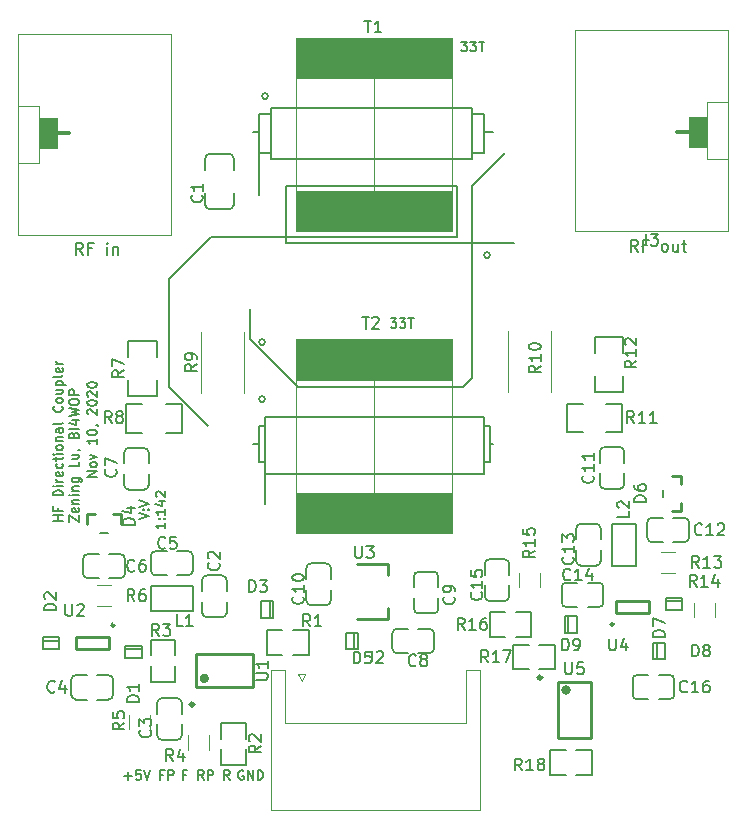
<source format=gbr>
%TF.GenerationSoftware,KiCad,Pcbnew,(5.1.4)-1*%
%TF.CreationDate,2020-11-11T00:06:55+08:00*%
%TF.ProjectId,Directional_coupler,44697265-6374-4696-9f6e-616c5f636f75,rev?*%
%TF.SameCoordinates,Original*%
%TF.FileFunction,Legend,Top*%
%TF.FilePolarity,Positive*%
%FSLAX46Y46*%
G04 Gerber Fmt 4.6, Leading zero omitted, Abs format (unit mm)*
G04 Created by KiCad (PCBNEW (5.1.4)-1) date 2020-11-11 00:06:55*
%MOMM*%
%LPD*%
G04 APERTURE LIST*
%ADD10C,0.200000*%
%ADD11C,0.150000*%
%ADD12C,0.254000*%
%ADD13C,0.300000*%
%ADD14C,0.400000*%
%ADD15C,0.250000*%
%ADD16C,0.120000*%
%ADD17C,0.100000*%
G04 APERTURE END LIST*
D10*
X59961904Y-92850000D02*
X60761904Y-92583333D01*
X59961904Y-92316666D01*
X60685714Y-92050000D02*
X60723809Y-92011904D01*
X60761904Y-92050000D01*
X60723809Y-92088095D01*
X60685714Y-92050000D01*
X60761904Y-92050000D01*
X60266666Y-92050000D02*
X60304761Y-92011904D01*
X60342857Y-92050000D01*
X60304761Y-92088095D01*
X60266666Y-92050000D01*
X60342857Y-92050000D01*
X59961904Y-91783333D02*
X60761904Y-91516666D01*
X59961904Y-91250000D01*
X62161904Y-93154761D02*
X62161904Y-93611904D01*
X62161904Y-93383333D02*
X61361904Y-93383333D01*
X61476190Y-93459523D01*
X61552380Y-93535714D01*
X61590476Y-93611904D01*
X62085714Y-92811904D02*
X62123809Y-92773809D01*
X62161904Y-92811904D01*
X62123809Y-92850000D01*
X62085714Y-92811904D01*
X62161904Y-92811904D01*
X61666666Y-92811904D02*
X61704761Y-92773809D01*
X61742857Y-92811904D01*
X61704761Y-92850000D01*
X61666666Y-92811904D01*
X61742857Y-92811904D01*
X62161904Y-92011904D02*
X62161904Y-92469047D01*
X62161904Y-92240476D02*
X61361904Y-92240476D01*
X61476190Y-92316666D01*
X61552380Y-92392857D01*
X61590476Y-92469047D01*
X61628571Y-91326190D02*
X62161904Y-91326190D01*
X61323809Y-91516666D02*
X61895238Y-91707142D01*
X61895238Y-91211904D01*
X61438095Y-90945238D02*
X61400000Y-90907142D01*
X61361904Y-90830952D01*
X61361904Y-90640476D01*
X61400000Y-90564285D01*
X61438095Y-90526190D01*
X61514285Y-90488095D01*
X61590476Y-90488095D01*
X61704761Y-90526190D01*
X62161904Y-90983333D01*
X62161904Y-90488095D01*
X81247619Y-75811904D02*
X81742857Y-75811904D01*
X81476190Y-76116666D01*
X81590476Y-76116666D01*
X81666666Y-76154761D01*
X81704761Y-76192857D01*
X81742857Y-76269047D01*
X81742857Y-76459523D01*
X81704761Y-76535714D01*
X81666666Y-76573809D01*
X81590476Y-76611904D01*
X81361904Y-76611904D01*
X81285714Y-76573809D01*
X81247619Y-76535714D01*
X82009523Y-75811904D02*
X82504761Y-75811904D01*
X82238095Y-76116666D01*
X82352380Y-76116666D01*
X82428571Y-76154761D01*
X82466666Y-76192857D01*
X82504761Y-76269047D01*
X82504761Y-76459523D01*
X82466666Y-76535714D01*
X82428571Y-76573809D01*
X82352380Y-76611904D01*
X82123809Y-76611904D01*
X82047619Y-76573809D01*
X82009523Y-76535714D01*
X82733333Y-75811904D02*
X83190476Y-75811904D01*
X82961904Y-76611904D02*
X82961904Y-75811904D01*
X87247619Y-52411904D02*
X87742857Y-52411904D01*
X87476190Y-52716666D01*
X87590476Y-52716666D01*
X87666666Y-52754761D01*
X87704761Y-52792857D01*
X87742857Y-52869047D01*
X87742857Y-53059523D01*
X87704761Y-53135714D01*
X87666666Y-53173809D01*
X87590476Y-53211904D01*
X87361904Y-53211904D01*
X87285714Y-53173809D01*
X87247619Y-53135714D01*
X88009523Y-52411904D02*
X88504761Y-52411904D01*
X88238095Y-52716666D01*
X88352380Y-52716666D01*
X88428571Y-52754761D01*
X88466666Y-52792857D01*
X88504761Y-52869047D01*
X88504761Y-53059523D01*
X88466666Y-53135714D01*
X88428571Y-53173809D01*
X88352380Y-53211904D01*
X88123809Y-53211904D01*
X88047619Y-53173809D01*
X88009523Y-53135714D01*
X88733333Y-52411904D02*
X89190476Y-52411904D01*
X88961904Y-53211904D02*
X88961904Y-52411904D01*
D11*
X56361904Y-89230952D02*
X55561904Y-89230952D01*
X56361904Y-88773809D01*
X55561904Y-88773809D01*
X56361904Y-88278571D02*
X56323809Y-88354761D01*
X56285714Y-88392857D01*
X56209523Y-88430952D01*
X55980952Y-88430952D01*
X55904761Y-88392857D01*
X55866666Y-88354761D01*
X55828571Y-88278571D01*
X55828571Y-88164285D01*
X55866666Y-88088095D01*
X55904761Y-88050000D01*
X55980952Y-88011904D01*
X56209523Y-88011904D01*
X56285714Y-88050000D01*
X56323809Y-88088095D01*
X56361904Y-88164285D01*
X56361904Y-88278571D01*
X55828571Y-87745238D02*
X56361904Y-87554761D01*
X55828571Y-87364285D01*
X56361904Y-86030952D02*
X56361904Y-86488095D01*
X56361904Y-86259523D02*
X55561904Y-86259523D01*
X55676190Y-86335714D01*
X55752380Y-86411904D01*
X55790476Y-86488095D01*
X55561904Y-85535714D02*
X55561904Y-85459523D01*
X55600000Y-85383333D01*
X55638095Y-85345238D01*
X55714285Y-85307142D01*
X55866666Y-85269047D01*
X56057142Y-85269047D01*
X56209523Y-85307142D01*
X56285714Y-85345238D01*
X56323809Y-85383333D01*
X56361904Y-85459523D01*
X56361904Y-85535714D01*
X56323809Y-85611904D01*
X56285714Y-85650000D01*
X56209523Y-85688095D01*
X56057142Y-85726190D01*
X55866666Y-85726190D01*
X55714285Y-85688095D01*
X55638095Y-85650000D01*
X55600000Y-85611904D01*
X55561904Y-85535714D01*
X56323809Y-84888095D02*
X56361904Y-84888095D01*
X56438095Y-84926190D01*
X56476190Y-84964285D01*
X55638095Y-83973809D02*
X55600000Y-83935714D01*
X55561904Y-83859523D01*
X55561904Y-83669047D01*
X55600000Y-83592857D01*
X55638095Y-83554761D01*
X55714285Y-83516666D01*
X55790476Y-83516666D01*
X55904761Y-83554761D01*
X56361904Y-84011904D01*
X56361904Y-83516666D01*
X55561904Y-83021428D02*
X55561904Y-82945238D01*
X55600000Y-82869047D01*
X55638095Y-82830952D01*
X55714285Y-82792857D01*
X55866666Y-82754761D01*
X56057142Y-82754761D01*
X56209523Y-82792857D01*
X56285714Y-82830952D01*
X56323809Y-82869047D01*
X56361904Y-82945238D01*
X56361904Y-83021428D01*
X56323809Y-83097619D01*
X56285714Y-83135714D01*
X56209523Y-83173809D01*
X56057142Y-83211904D01*
X55866666Y-83211904D01*
X55714285Y-83173809D01*
X55638095Y-83135714D01*
X55600000Y-83097619D01*
X55561904Y-83021428D01*
X55638095Y-82450000D02*
X55600000Y-82411904D01*
X55561904Y-82335714D01*
X55561904Y-82145238D01*
X55600000Y-82069047D01*
X55638095Y-82030952D01*
X55714285Y-81992857D01*
X55790476Y-81992857D01*
X55904761Y-82030952D01*
X56361904Y-82488095D01*
X56361904Y-81992857D01*
X55561904Y-81497619D02*
X55561904Y-81421428D01*
X55600000Y-81345238D01*
X55638095Y-81307142D01*
X55714285Y-81269047D01*
X55866666Y-81230952D01*
X56057142Y-81230952D01*
X56209523Y-81269047D01*
X56285714Y-81307142D01*
X56323809Y-81345238D01*
X56361904Y-81421428D01*
X56361904Y-81497619D01*
X56323809Y-81573809D01*
X56285714Y-81611904D01*
X56209523Y-81650000D01*
X56057142Y-81688095D01*
X55866666Y-81688095D01*
X55714285Y-81650000D01*
X55638095Y-81611904D01*
X55600000Y-81573809D01*
X55561904Y-81497619D01*
X53486904Y-92962023D02*
X52686904Y-92962023D01*
X53067857Y-92962023D02*
X53067857Y-92504880D01*
X53486904Y-92504880D02*
X52686904Y-92504880D01*
X53067857Y-91857261D02*
X53067857Y-92123928D01*
X53486904Y-92123928D02*
X52686904Y-92123928D01*
X52686904Y-91742976D01*
X53486904Y-90828690D02*
X52686904Y-90828690D01*
X52686904Y-90638214D01*
X52725000Y-90523928D01*
X52801190Y-90447738D01*
X52877380Y-90409642D01*
X53029761Y-90371547D01*
X53144047Y-90371547D01*
X53296428Y-90409642D01*
X53372619Y-90447738D01*
X53448809Y-90523928D01*
X53486904Y-90638214D01*
X53486904Y-90828690D01*
X53486904Y-90028690D02*
X52953571Y-90028690D01*
X52686904Y-90028690D02*
X52725000Y-90066785D01*
X52763095Y-90028690D01*
X52725000Y-89990595D01*
X52686904Y-90028690D01*
X52763095Y-90028690D01*
X53486904Y-89647738D02*
X52953571Y-89647738D01*
X53105952Y-89647738D02*
X53029761Y-89609642D01*
X52991666Y-89571547D01*
X52953571Y-89495357D01*
X52953571Y-89419166D01*
X53448809Y-88847738D02*
X53486904Y-88923928D01*
X53486904Y-89076309D01*
X53448809Y-89152500D01*
X53372619Y-89190595D01*
X53067857Y-89190595D01*
X52991666Y-89152500D01*
X52953571Y-89076309D01*
X52953571Y-88923928D01*
X52991666Y-88847738D01*
X53067857Y-88809642D01*
X53144047Y-88809642D01*
X53220238Y-89190595D01*
X53448809Y-88123928D02*
X53486904Y-88200119D01*
X53486904Y-88352500D01*
X53448809Y-88428690D01*
X53410714Y-88466785D01*
X53334523Y-88504880D01*
X53105952Y-88504880D01*
X53029761Y-88466785D01*
X52991666Y-88428690D01*
X52953571Y-88352500D01*
X52953571Y-88200119D01*
X52991666Y-88123928D01*
X52953571Y-87895357D02*
X52953571Y-87590595D01*
X52686904Y-87781071D02*
X53372619Y-87781071D01*
X53448809Y-87742976D01*
X53486904Y-87666785D01*
X53486904Y-87590595D01*
X53486904Y-87323928D02*
X52953571Y-87323928D01*
X52686904Y-87323928D02*
X52725000Y-87362023D01*
X52763095Y-87323928D01*
X52725000Y-87285833D01*
X52686904Y-87323928D01*
X52763095Y-87323928D01*
X53486904Y-86828690D02*
X53448809Y-86904880D01*
X53410714Y-86942976D01*
X53334523Y-86981071D01*
X53105952Y-86981071D01*
X53029761Y-86942976D01*
X52991666Y-86904880D01*
X52953571Y-86828690D01*
X52953571Y-86714404D01*
X52991666Y-86638214D01*
X53029761Y-86600119D01*
X53105952Y-86562023D01*
X53334523Y-86562023D01*
X53410714Y-86600119D01*
X53448809Y-86638214D01*
X53486904Y-86714404D01*
X53486904Y-86828690D01*
X52953571Y-86219166D02*
X53486904Y-86219166D01*
X53029761Y-86219166D02*
X52991666Y-86181071D01*
X52953571Y-86104880D01*
X52953571Y-85990595D01*
X52991666Y-85914404D01*
X53067857Y-85876309D01*
X53486904Y-85876309D01*
X53486904Y-85152500D02*
X53067857Y-85152500D01*
X52991666Y-85190595D01*
X52953571Y-85266785D01*
X52953571Y-85419166D01*
X52991666Y-85495357D01*
X53448809Y-85152500D02*
X53486904Y-85228690D01*
X53486904Y-85419166D01*
X53448809Y-85495357D01*
X53372619Y-85533452D01*
X53296428Y-85533452D01*
X53220238Y-85495357D01*
X53182142Y-85419166D01*
X53182142Y-85228690D01*
X53144047Y-85152500D01*
X53486904Y-84657261D02*
X53448809Y-84733452D01*
X53372619Y-84771547D01*
X52686904Y-84771547D01*
X53410714Y-83285833D02*
X53448809Y-83323928D01*
X53486904Y-83438214D01*
X53486904Y-83514404D01*
X53448809Y-83628690D01*
X53372619Y-83704880D01*
X53296428Y-83742976D01*
X53144047Y-83781071D01*
X53029761Y-83781071D01*
X52877380Y-83742976D01*
X52801190Y-83704880D01*
X52725000Y-83628690D01*
X52686904Y-83514404D01*
X52686904Y-83438214D01*
X52725000Y-83323928D01*
X52763095Y-83285833D01*
X53486904Y-82828690D02*
X53448809Y-82904880D01*
X53410714Y-82942976D01*
X53334523Y-82981071D01*
X53105952Y-82981071D01*
X53029761Y-82942976D01*
X52991666Y-82904880D01*
X52953571Y-82828690D01*
X52953571Y-82714404D01*
X52991666Y-82638214D01*
X53029761Y-82600119D01*
X53105952Y-82562023D01*
X53334523Y-82562023D01*
X53410714Y-82600119D01*
X53448809Y-82638214D01*
X53486904Y-82714404D01*
X53486904Y-82828690D01*
X52953571Y-81876309D02*
X53486904Y-81876309D01*
X52953571Y-82219166D02*
X53372619Y-82219166D01*
X53448809Y-82181071D01*
X53486904Y-82104880D01*
X53486904Y-81990595D01*
X53448809Y-81914404D01*
X53410714Y-81876309D01*
X52953571Y-81495357D02*
X53753571Y-81495357D01*
X52991666Y-81495357D02*
X52953571Y-81419166D01*
X52953571Y-81266785D01*
X52991666Y-81190595D01*
X53029761Y-81152500D01*
X53105952Y-81114404D01*
X53334523Y-81114404D01*
X53410714Y-81152500D01*
X53448809Y-81190595D01*
X53486904Y-81266785D01*
X53486904Y-81419166D01*
X53448809Y-81495357D01*
X53486904Y-80657261D02*
X53448809Y-80733452D01*
X53372619Y-80771547D01*
X52686904Y-80771547D01*
X53448809Y-80047738D02*
X53486904Y-80123928D01*
X53486904Y-80276309D01*
X53448809Y-80352500D01*
X53372619Y-80390595D01*
X53067857Y-80390595D01*
X52991666Y-80352500D01*
X52953571Y-80276309D01*
X52953571Y-80123928D01*
X52991666Y-80047738D01*
X53067857Y-80009642D01*
X53144047Y-80009642D01*
X53220238Y-80390595D01*
X53486904Y-79666785D02*
X52953571Y-79666785D01*
X53105952Y-79666785D02*
X53029761Y-79628690D01*
X52991666Y-79590595D01*
X52953571Y-79514404D01*
X52953571Y-79438214D01*
X54036904Y-93038214D02*
X54036904Y-92504880D01*
X54836904Y-93038214D01*
X54836904Y-92504880D01*
X54798809Y-91895357D02*
X54836904Y-91971547D01*
X54836904Y-92123928D01*
X54798809Y-92200119D01*
X54722619Y-92238214D01*
X54417857Y-92238214D01*
X54341666Y-92200119D01*
X54303571Y-92123928D01*
X54303571Y-91971547D01*
X54341666Y-91895357D01*
X54417857Y-91857261D01*
X54494047Y-91857261D01*
X54570238Y-92238214D01*
X54303571Y-91514404D02*
X54836904Y-91514404D01*
X54379761Y-91514404D02*
X54341666Y-91476309D01*
X54303571Y-91400119D01*
X54303571Y-91285833D01*
X54341666Y-91209642D01*
X54417857Y-91171547D01*
X54836904Y-91171547D01*
X54836904Y-90790595D02*
X54303571Y-90790595D01*
X54036904Y-90790595D02*
X54075000Y-90828690D01*
X54113095Y-90790595D01*
X54075000Y-90752500D01*
X54036904Y-90790595D01*
X54113095Y-90790595D01*
X54303571Y-90409642D02*
X54836904Y-90409642D01*
X54379761Y-90409642D02*
X54341666Y-90371547D01*
X54303571Y-90295357D01*
X54303571Y-90181071D01*
X54341666Y-90104880D01*
X54417857Y-90066785D01*
X54836904Y-90066785D01*
X54303571Y-89342976D02*
X54951190Y-89342976D01*
X55027380Y-89381071D01*
X55065476Y-89419166D01*
X55103571Y-89495357D01*
X55103571Y-89609642D01*
X55065476Y-89685833D01*
X54798809Y-89342976D02*
X54836904Y-89419166D01*
X54836904Y-89571547D01*
X54798809Y-89647738D01*
X54760714Y-89685833D01*
X54684523Y-89723928D01*
X54455952Y-89723928D01*
X54379761Y-89685833D01*
X54341666Y-89647738D01*
X54303571Y-89571547D01*
X54303571Y-89419166D01*
X54341666Y-89342976D01*
X54836904Y-87971547D02*
X54836904Y-88352500D01*
X54036904Y-88352500D01*
X54303571Y-87362023D02*
X54836904Y-87362023D01*
X54303571Y-87704880D02*
X54722619Y-87704880D01*
X54798809Y-87666785D01*
X54836904Y-87590595D01*
X54836904Y-87476309D01*
X54798809Y-87400119D01*
X54760714Y-87362023D01*
X54798809Y-86942976D02*
X54836904Y-86942976D01*
X54913095Y-86981071D01*
X54951190Y-87019166D01*
X54417857Y-85723928D02*
X54455952Y-85609642D01*
X54494047Y-85571547D01*
X54570238Y-85533452D01*
X54684523Y-85533452D01*
X54760714Y-85571547D01*
X54798809Y-85609642D01*
X54836904Y-85685833D01*
X54836904Y-85990595D01*
X54036904Y-85990595D01*
X54036904Y-85723928D01*
X54075000Y-85647738D01*
X54113095Y-85609642D01*
X54189285Y-85571547D01*
X54265476Y-85571547D01*
X54341666Y-85609642D01*
X54379761Y-85647738D01*
X54417857Y-85723928D01*
X54417857Y-85990595D01*
X54836904Y-85190595D02*
X54036904Y-85190595D01*
X54303571Y-84466785D02*
X54836904Y-84466785D01*
X53998809Y-84657261D02*
X54570238Y-84847738D01*
X54570238Y-84352500D01*
X54036904Y-84123928D02*
X54836904Y-83933452D01*
X54265476Y-83781071D01*
X54836904Y-83628690D01*
X54036904Y-83438214D01*
X54036904Y-82981071D02*
X54036904Y-82828690D01*
X54075000Y-82752500D01*
X54151190Y-82676309D01*
X54303571Y-82638214D01*
X54570238Y-82638214D01*
X54722619Y-82676309D01*
X54798809Y-82752500D01*
X54836904Y-82828690D01*
X54836904Y-82981071D01*
X54798809Y-83057261D01*
X54722619Y-83133452D01*
X54570238Y-83171547D01*
X54303571Y-83171547D01*
X54151190Y-83133452D01*
X54075000Y-83057261D01*
X54036904Y-82981071D01*
X54836904Y-82295357D02*
X54036904Y-82295357D01*
X54036904Y-81990595D01*
X54075000Y-81914404D01*
X54113095Y-81876309D01*
X54189285Y-81838214D01*
X54303571Y-81838214D01*
X54379761Y-81876309D01*
X54417857Y-81914404D01*
X54455952Y-81990595D01*
X54455952Y-82295357D01*
X68786476Y-114127000D02*
X68710285Y-114088904D01*
X68596000Y-114088904D01*
X68481714Y-114127000D01*
X68405523Y-114203190D01*
X68367428Y-114279380D01*
X68329333Y-114431761D01*
X68329333Y-114546047D01*
X68367428Y-114698428D01*
X68405523Y-114774619D01*
X68481714Y-114850809D01*
X68596000Y-114888904D01*
X68672190Y-114888904D01*
X68786476Y-114850809D01*
X68824571Y-114812714D01*
X68824571Y-114546047D01*
X68672190Y-114546047D01*
X69167428Y-114888904D02*
X69167428Y-114088904D01*
X69624571Y-114888904D01*
X69624571Y-114088904D01*
X70005523Y-114888904D02*
X70005523Y-114088904D01*
X70196000Y-114088904D01*
X70310285Y-114127000D01*
X70386476Y-114203190D01*
X70424571Y-114279380D01*
X70462666Y-114431761D01*
X70462666Y-114546047D01*
X70424571Y-114698428D01*
X70386476Y-114774619D01*
X70310285Y-114850809D01*
X70196000Y-114888904D01*
X70005523Y-114888904D01*
X67611619Y-114888904D02*
X67344952Y-114507952D01*
X67154476Y-114888904D02*
X67154476Y-114088904D01*
X67459238Y-114088904D01*
X67535428Y-114127000D01*
X67573523Y-114165095D01*
X67611619Y-114241285D01*
X67611619Y-114355571D01*
X67573523Y-114431761D01*
X67535428Y-114469857D01*
X67459238Y-114507952D01*
X67154476Y-114507952D01*
X65433619Y-114888904D02*
X65166952Y-114507952D01*
X64976476Y-114888904D02*
X64976476Y-114088904D01*
X65281238Y-114088904D01*
X65357428Y-114127000D01*
X65395523Y-114165095D01*
X65433619Y-114241285D01*
X65433619Y-114355571D01*
X65395523Y-114431761D01*
X65357428Y-114469857D01*
X65281238Y-114507952D01*
X64976476Y-114507952D01*
X65776476Y-114888904D02*
X65776476Y-114088904D01*
X66081238Y-114088904D01*
X66157428Y-114127000D01*
X66195523Y-114165095D01*
X66233619Y-114241285D01*
X66233619Y-114355571D01*
X66195523Y-114431761D01*
X66157428Y-114469857D01*
X66081238Y-114507952D01*
X65776476Y-114507952D01*
X63922285Y-114469857D02*
X63655619Y-114469857D01*
X63655619Y-114888904D02*
X63655619Y-114088904D01*
X64036571Y-114088904D01*
X61998285Y-114469857D02*
X61731619Y-114469857D01*
X61731619Y-114888904D02*
X61731619Y-114088904D01*
X62112571Y-114088904D01*
X62417333Y-114888904D02*
X62417333Y-114088904D01*
X62722095Y-114088904D01*
X62798285Y-114127000D01*
X62836380Y-114165095D01*
X62874476Y-114241285D01*
X62874476Y-114355571D01*
X62836380Y-114431761D01*
X62798285Y-114469857D01*
X62722095Y-114507952D01*
X62417333Y-114507952D01*
X58715428Y-114584142D02*
X59324952Y-114584142D01*
X59020190Y-114888904D02*
X59020190Y-114279380D01*
X60086857Y-114088904D02*
X59705904Y-114088904D01*
X59667809Y-114469857D01*
X59705904Y-114431761D01*
X59782095Y-114393666D01*
X59972571Y-114393666D01*
X60048761Y-114431761D01*
X60086857Y-114469857D01*
X60124952Y-114546047D01*
X60124952Y-114736523D01*
X60086857Y-114812714D01*
X60048761Y-114850809D01*
X59972571Y-114888904D01*
X59782095Y-114888904D01*
X59705904Y-114850809D01*
X59667809Y-114812714D01*
X60353523Y-114088904D02*
X60620190Y-114888904D01*
X60886857Y-114088904D01*
D10*
X102195523Y-70175380D02*
X101862190Y-69699190D01*
X101624095Y-70175380D02*
X101624095Y-69175380D01*
X102005047Y-69175380D01*
X102100285Y-69223000D01*
X102147904Y-69270619D01*
X102195523Y-69365857D01*
X102195523Y-69508714D01*
X102147904Y-69603952D01*
X102100285Y-69651571D01*
X102005047Y-69699190D01*
X101624095Y-69699190D01*
X102957428Y-69651571D02*
X102624095Y-69651571D01*
X102624095Y-70175380D02*
X102624095Y-69175380D01*
X103100285Y-69175380D01*
X104386000Y-70175380D02*
X104290761Y-70127761D01*
X104243142Y-70080142D01*
X104195523Y-69984904D01*
X104195523Y-69699190D01*
X104243142Y-69603952D01*
X104290761Y-69556333D01*
X104386000Y-69508714D01*
X104528857Y-69508714D01*
X104624095Y-69556333D01*
X104671714Y-69603952D01*
X104719333Y-69699190D01*
X104719333Y-69984904D01*
X104671714Y-70080142D01*
X104624095Y-70127761D01*
X104528857Y-70175380D01*
X104386000Y-70175380D01*
X105576476Y-69508714D02*
X105576476Y-70175380D01*
X105147904Y-69508714D02*
X105147904Y-70032523D01*
X105195523Y-70127761D01*
X105290761Y-70175380D01*
X105433619Y-70175380D01*
X105528857Y-70127761D01*
X105576476Y-70080142D01*
X105909809Y-69508714D02*
X106290761Y-69508714D01*
X106052666Y-69175380D02*
X106052666Y-70032523D01*
X106100285Y-70127761D01*
X106195523Y-70175380D01*
X106290761Y-70175380D01*
X55197523Y-70429380D02*
X54864190Y-69953190D01*
X54626095Y-70429380D02*
X54626095Y-69429380D01*
X55007047Y-69429380D01*
X55102285Y-69477000D01*
X55149904Y-69524619D01*
X55197523Y-69619857D01*
X55197523Y-69762714D01*
X55149904Y-69857952D01*
X55102285Y-69905571D01*
X55007047Y-69953190D01*
X54626095Y-69953190D01*
X55959428Y-69905571D02*
X55626095Y-69905571D01*
X55626095Y-70429380D02*
X55626095Y-69429380D01*
X56102285Y-69429380D01*
X57245142Y-70429380D02*
X57245142Y-69762714D01*
X57245142Y-69429380D02*
X57197523Y-69477000D01*
X57245142Y-69524619D01*
X57292761Y-69477000D01*
X57245142Y-69429380D01*
X57245142Y-69524619D01*
X57721333Y-69762714D02*
X57721333Y-70429380D01*
X57721333Y-69857952D02*
X57768952Y-69810333D01*
X57864190Y-69762714D01*
X58007047Y-69762714D01*
X58102285Y-69810333D01*
X58149904Y-69905571D01*
X58149904Y-70429380D01*
X89662000Y-70485000D02*
G75*
G03X89662000Y-70485000I-254000J0D01*
G01*
X70866000Y-57023000D02*
G75*
G03X70866000Y-57023000I-254000J0D01*
G01*
X72390000Y-69469000D02*
X91694000Y-69469000D01*
X72390000Y-64643000D02*
X72390000Y-69469000D01*
X86868000Y-64643000D02*
X72390000Y-64643000D01*
X86868000Y-68961000D02*
X86868000Y-64643000D01*
X66040000Y-68961000D02*
X86868000Y-68961000D01*
X62484000Y-72517000D02*
X66040000Y-68961000D01*
X62484000Y-81661000D02*
X62484000Y-72517000D01*
X65786000Y-84963000D02*
X62484000Y-81661000D01*
X70612000Y-89027000D02*
X70612000Y-91567000D01*
X70104000Y-61849000D02*
X70104000Y-65405000D01*
X89154000Y-60071000D02*
X89916000Y-60071000D01*
X89154000Y-61849000D02*
X88138000Y-61849000D01*
X89154000Y-58547000D02*
X89154000Y-61849000D01*
X88138000Y-58547000D02*
X89154000Y-58547000D01*
X70104000Y-60071000D02*
X69596000Y-60071000D01*
X70104000Y-61849000D02*
X71120000Y-61849000D01*
X70104000Y-58547000D02*
X70104000Y-61849000D01*
X71120000Y-58547000D02*
X70104000Y-58547000D01*
X71120000Y-58039000D02*
X71120000Y-58547000D01*
X71120000Y-62357000D02*
X71120000Y-58039000D01*
X88138000Y-62357000D02*
X71120000Y-62357000D01*
X88138000Y-58039000D02*
X88138000Y-62357000D01*
X71120000Y-58039000D02*
X88138000Y-58039000D01*
X87376000Y-81661000D02*
X88138000Y-80899000D01*
X88138000Y-64643000D02*
X90932000Y-61849000D01*
X70612000Y-82677000D02*
G75*
G03X70612000Y-82677000I-254000J0D01*
G01*
X70612000Y-77851000D02*
G75*
G03X70612000Y-77851000I-254000J0D01*
G01*
X89662000Y-86487000D02*
X89916000Y-86487000D01*
X70104000Y-86487000D02*
X69596000Y-86487000D01*
X89662000Y-88011000D02*
X89154000Y-88011000D01*
X89662000Y-84963000D02*
X89662000Y-88011000D01*
X89154000Y-84963000D02*
X89662000Y-84963000D01*
X70104000Y-88011000D02*
X70612000Y-88011000D01*
X70104000Y-84963000D02*
X70104000Y-88011000D01*
X70612000Y-84963000D02*
X70104000Y-84963000D01*
X70612000Y-89027000D02*
X70612000Y-84201000D01*
X89154000Y-89027000D02*
X70612000Y-89027000D01*
X89154000Y-84201000D02*
X89154000Y-89027000D01*
X70612000Y-84201000D02*
X89154000Y-84201000D01*
X69342000Y-77597000D02*
X69342000Y-75057000D01*
X73406000Y-81661000D02*
X69342000Y-77597000D01*
X88138000Y-80899000D02*
X88138000Y-64643000D01*
X73406000Y-81661000D02*
X87376000Y-81661000D01*
X93170000Y-102785000D02*
X91850000Y-102785000D01*
X90950000Y-102785000D02*
X89630000Y-102785000D01*
X90950000Y-100715000D02*
X89630000Y-100715000D01*
X93170000Y-100715000D02*
X91850000Y-100715000D01*
X93170000Y-100715000D02*
X93170000Y-102785000D01*
X89630000Y-100715000D02*
X89630000Y-102785000D01*
X67950000Y-66205000D02*
X67950000Y-65250000D01*
X67950000Y-63250000D02*
X67950000Y-62295000D01*
X65550000Y-63250000D02*
X65550000Y-62295000D01*
X65550000Y-66205000D02*
X65550000Y-65250000D01*
X67550000Y-61895000D02*
X65950000Y-61895000D01*
X67550000Y-66605000D02*
X65950000Y-66605000D01*
X65550000Y-62295000D02*
G75*
G02X65950000Y-61895000I400000J0D01*
G01*
X67550000Y-61895000D02*
G75*
G02X67950000Y-62295000I0J-400000D01*
G01*
X67950000Y-66205000D02*
G75*
G02X67550000Y-66605000I-400000J0D01*
G01*
X65950000Y-66605000D02*
G75*
G02X65550000Y-66205000I0J400000D01*
G01*
X78480000Y-103869000D02*
X77480000Y-103869000D01*
X78480000Y-102469000D02*
X77480000Y-102469000D01*
X77480000Y-102469000D02*
X77480000Y-103869000D01*
X78480000Y-102469000D02*
X78480000Y-103869000D01*
X78180000Y-102469000D02*
X78180000Y-103869000D01*
D12*
X95400000Y-106600000D02*
X95400000Y-111400000D01*
X98200000Y-106600000D02*
X98200000Y-111400000D01*
X95400000Y-106600000D02*
X98200000Y-106600000D01*
X95400000Y-111400000D02*
X98200000Y-111400000D01*
D13*
X94050000Y-106250000D02*
G75*
G03X94050000Y-106250000I-150000J0D01*
G01*
D14*
X96300000Y-107300000D02*
G75*
G03X96300000Y-107300000I-200000J0D01*
G01*
D12*
X100350000Y-99750000D02*
X100350000Y-100750000D01*
X103150000Y-99750000D02*
X103150000Y-100750000D01*
X100350000Y-100750000D02*
X103150000Y-100750000D01*
X100350000Y-99750000D02*
X103150000Y-99750000D01*
D15*
X100125000Y-101750000D02*
G75*
G03X100125000Y-101750000I-125000J0D01*
G01*
D12*
X81030000Y-96669000D02*
X78430000Y-96669000D01*
X81030000Y-96669000D02*
X81030000Y-97569000D01*
X81030000Y-101269000D02*
X78430000Y-101269000D01*
X81030000Y-100369000D02*
X81030000Y-101269000D01*
X57380000Y-103819000D02*
X57380000Y-102819000D01*
X54580000Y-103819000D02*
X54580000Y-102819000D01*
X57380000Y-102819000D02*
X54580000Y-102819000D01*
X57380000Y-103819000D02*
X54580000Y-103819000D01*
D15*
X57855000Y-101819000D02*
G75*
G03X57855000Y-101819000I-125000J0D01*
G01*
D12*
X64780000Y-107019000D02*
X69580000Y-107019000D01*
X64780000Y-104219000D02*
X69580000Y-104219000D01*
X64780000Y-107019000D02*
X64780000Y-104219000D01*
X69580000Y-107019000D02*
X69580000Y-104219000D01*
D13*
X64580000Y-108519000D02*
G75*
G03X64580000Y-108519000I-150000J0D01*
G01*
D14*
X65680000Y-106319000D02*
G75*
G03X65680000Y-106319000I-200000J0D01*
G01*
D10*
X98280000Y-114485000D02*
X96960000Y-114485000D01*
X96060000Y-114485000D02*
X94740000Y-114485000D01*
X96060000Y-112415000D02*
X94740000Y-112415000D01*
X98280000Y-112415000D02*
X96960000Y-112415000D01*
X98280000Y-112415000D02*
X98280000Y-114485000D01*
X94740000Y-112415000D02*
X94740000Y-114485000D01*
X95170000Y-105535000D02*
X93850000Y-105535000D01*
X92950000Y-105535000D02*
X91630000Y-105535000D01*
X92950000Y-103465000D02*
X91630000Y-103465000D01*
X95170000Y-103465000D02*
X93850000Y-103465000D01*
X95170000Y-103465000D02*
X95170000Y-105535000D01*
X91630000Y-103465000D02*
X91630000Y-105535000D01*
X100950000Y-80750000D02*
X100950000Y-82105000D01*
X98550000Y-80750000D02*
X98550000Y-82105000D01*
X98550000Y-77395000D02*
X98550000Y-78750000D01*
X98550000Y-77395000D02*
X100950000Y-77395000D01*
X98550000Y-82105000D02*
X100950000Y-82105000D01*
X100950000Y-77395000D02*
X100950000Y-78750000D01*
X97500000Y-85450000D02*
X96145000Y-85450000D01*
X97500000Y-83050000D02*
X96145000Y-83050000D01*
X100855000Y-83050000D02*
X99500000Y-83050000D01*
X100855000Y-83050000D02*
X100855000Y-85450000D01*
X96145000Y-83050000D02*
X96145000Y-85450000D01*
X100855000Y-85450000D02*
X99500000Y-85450000D01*
D16*
X91180000Y-82100000D02*
X91180000Y-76900000D01*
X94820000Y-76900000D02*
X94820000Y-82100000D01*
X65160000Y-82169000D02*
X65160000Y-76969000D01*
X68800000Y-76969000D02*
X68800000Y-82169000D01*
D10*
X60230000Y-85519000D02*
X58875000Y-85519000D01*
X60230000Y-83119000D02*
X58875000Y-83119000D01*
X63585000Y-83119000D02*
X62230000Y-83119000D01*
X63585000Y-83119000D02*
X63585000Y-85519000D01*
X58875000Y-83119000D02*
X58875000Y-85519000D01*
X63585000Y-85519000D02*
X62230000Y-85519000D01*
X61430000Y-81069000D02*
X61430000Y-82424000D01*
X59030000Y-81069000D02*
X59030000Y-82424000D01*
X59030000Y-77714000D02*
X59030000Y-79069000D01*
X59030000Y-77714000D02*
X61430000Y-77714000D01*
X59030000Y-82424000D02*
X61430000Y-82424000D01*
X61430000Y-77714000D02*
X61430000Y-79069000D01*
D16*
X56380000Y-98439000D02*
X57580000Y-98439000D01*
X57580000Y-100199000D02*
X56380000Y-100199000D01*
D10*
X60945000Y-106589000D02*
X60945000Y-105269000D01*
X60945000Y-104369000D02*
X60945000Y-103049000D01*
X63015000Y-104369000D02*
X63015000Y-103049000D01*
X63015000Y-106589000D02*
X63015000Y-105269000D01*
X63015000Y-106589000D02*
X60945000Y-106589000D01*
X63015000Y-103049000D02*
X60945000Y-103049000D01*
X66895000Y-113639000D02*
X66895000Y-112319000D01*
X66895000Y-111419000D02*
X66895000Y-110099000D01*
X68965000Y-111419000D02*
X68965000Y-110099000D01*
X68965000Y-113639000D02*
X68965000Y-112319000D01*
X68965000Y-113639000D02*
X66895000Y-113639000D01*
X68965000Y-110099000D02*
X66895000Y-110099000D01*
X74300000Y-104304000D02*
X72980000Y-104304000D01*
X72080000Y-104304000D02*
X70760000Y-104304000D01*
X72080000Y-102234000D02*
X70760000Y-102234000D01*
X74300000Y-102234000D02*
X72980000Y-102234000D01*
X74300000Y-102234000D02*
X74300000Y-104304000D01*
X70760000Y-102234000D02*
X70760000Y-104304000D01*
X102035000Y-93230000D02*
X102035000Y-96770000D01*
X99965000Y-96770000D02*
X102035000Y-96770000D01*
X99965000Y-93230000D02*
X102035000Y-93230000D01*
X99965000Y-93230000D02*
X99965000Y-96770000D01*
X64500000Y-100604000D02*
X60960000Y-100604000D01*
X60960000Y-98534000D02*
X60960000Y-100604000D01*
X64500000Y-98534000D02*
X64500000Y-100604000D01*
X64500000Y-98534000D02*
X60960000Y-98534000D01*
D16*
X109830000Y-62355000D02*
X109830000Y-57529000D01*
D17*
G36*
X108052000Y-61339000D02*
G01*
X106528000Y-61339000D01*
X106528000Y-58799000D01*
X108052000Y-58799000D01*
X108052000Y-61339000D01*
G37*
X108052000Y-61339000D02*
X106528000Y-61339000D01*
X106528000Y-58799000D01*
X108052000Y-58799000D01*
X108052000Y-61339000D01*
D13*
X106528000Y-60069000D02*
X105512000Y-60069000D01*
D16*
X96876000Y-68451000D02*
X109830000Y-68451000D01*
X96876000Y-51433000D02*
X96876000Y-68451000D01*
X109830000Y-51433000D02*
X96876000Y-51433000D01*
X109830000Y-57529000D02*
X109830000Y-51433000D01*
X108052000Y-57529000D02*
X109830000Y-57529000D01*
X108052000Y-62355000D02*
X108052000Y-57529000D01*
X109830000Y-62355000D02*
X108052000Y-62355000D01*
X109830000Y-68451000D02*
X109830000Y-62355000D01*
X74030000Y-105969000D02*
X73730000Y-106569000D01*
X73430000Y-105969000D02*
X74030000Y-105969000D01*
X73730000Y-106569000D02*
X73430000Y-105969000D01*
X87630000Y-110119000D02*
X79980000Y-110119000D01*
X87630000Y-105619000D02*
X87630000Y-110119000D01*
X88830000Y-105619000D02*
X87630000Y-105619000D01*
X88830000Y-117419000D02*
X88830000Y-105619000D01*
X79980000Y-117419000D02*
X88830000Y-117419000D01*
X72330000Y-110119000D02*
X79980000Y-110119000D01*
X72330000Y-105619000D02*
X72330000Y-110119000D01*
X71130000Y-105619000D02*
X72330000Y-105619000D01*
X71130000Y-117419000D02*
X71130000Y-105619000D01*
X79980000Y-117419000D02*
X71130000Y-117419000D01*
D10*
X96000000Y-101050000D02*
X97000000Y-101050000D01*
X96000000Y-102450000D02*
X97000000Y-102450000D01*
X97000000Y-102450000D02*
X97000000Y-101050000D01*
X96000000Y-102450000D02*
X96000000Y-101050000D01*
X96300000Y-102450000D02*
X96300000Y-101050000D01*
X103500000Y-103300000D02*
X104500000Y-103300000D01*
X103500000Y-104700000D02*
X104500000Y-104700000D01*
X104500000Y-104700000D02*
X104500000Y-103300000D01*
X103500000Y-104700000D02*
X103500000Y-103300000D01*
X103800000Y-104700000D02*
X103800000Y-103300000D01*
X105950000Y-99500000D02*
X105950000Y-100500000D01*
X104550000Y-99500000D02*
X104550000Y-100500000D01*
X104550000Y-100500000D02*
X105950000Y-100500000D01*
X104550000Y-99500000D02*
X105950000Y-99500000D01*
X104550000Y-99800000D02*
X105950000Y-99800000D01*
X104300000Y-90350000D02*
X104300000Y-90950000D01*
D12*
X105850000Y-89190000D02*
X105850000Y-89850000D01*
X105850000Y-89190000D02*
X105035000Y-89190000D01*
X105850000Y-92110000D02*
X105035000Y-92110000D01*
X105850000Y-91450000D02*
X105850000Y-92110000D01*
X105850000Y-91450000D02*
X105850000Y-92110000D01*
X105850000Y-91450000D02*
X105850000Y-92110000D01*
D10*
X56680000Y-93969000D02*
X57280000Y-93969000D01*
D12*
X55520000Y-92419000D02*
X56180000Y-92419000D01*
X55520000Y-92419000D02*
X55520000Y-93234000D01*
X58440000Y-92419000D02*
X58440000Y-93234000D01*
X57780000Y-92419000D02*
X58440000Y-92419000D01*
X57780000Y-92419000D02*
X58440000Y-92419000D01*
X57780000Y-92419000D02*
X58440000Y-92419000D01*
D10*
X105270000Y-106415000D02*
X105270000Y-107685000D01*
X104870000Y-106015000D02*
X103950000Y-106015000D01*
X101730000Y-106415000D02*
X101730000Y-107685000D01*
X103050000Y-106015000D02*
X102130000Y-106015000D01*
X103050000Y-108085000D02*
X102130000Y-108085000D01*
X104870000Y-108085000D02*
X103950000Y-108085000D01*
X105270000Y-107685010D02*
G75*
G02X104870000Y-108085010I-400000J0D01*
G01*
X104870000Y-106015000D02*
G75*
G02X105270000Y-106415000I0J-400000D01*
G01*
X101730000Y-106415000D02*
G75*
G02X102130000Y-106015000I400000J0D01*
G01*
X102130000Y-108085000D02*
G75*
G02X101730000Y-107685000I0J400000D01*
G01*
X90885000Y-99770000D02*
X89615000Y-99770000D01*
X91285000Y-99370000D02*
X91285000Y-98450000D01*
X90885000Y-96230000D02*
X89615000Y-96230000D01*
X91285000Y-97550000D02*
X91285000Y-96630000D01*
X89215000Y-97550000D02*
X89215000Y-96630000D01*
X89215000Y-99370000D02*
X89215000Y-98450000D01*
X89614990Y-99770000D02*
G75*
G02X89214990Y-99370000I0J400000D01*
G01*
X91285000Y-99370000D02*
G75*
G02X90885000Y-99770000I-400000J0D01*
G01*
X90885000Y-96230000D02*
G75*
G02X91285000Y-96630000I0J-400000D01*
G01*
X89215000Y-96630000D02*
G75*
G02X89615000Y-96230000I400000J0D01*
G01*
X95730000Y-99885000D02*
X95730000Y-98615000D01*
X96130000Y-100285000D02*
X97050000Y-100285000D01*
X99270000Y-99885000D02*
X99270000Y-98615000D01*
X97950000Y-100285000D02*
X98870000Y-100285000D01*
X97950000Y-98215000D02*
X98870000Y-98215000D01*
X96130000Y-98215000D02*
X97050000Y-98215000D01*
X95730000Y-98614990D02*
G75*
G02X96130000Y-98214990I400000J0D01*
G01*
X96130000Y-100285000D02*
G75*
G02X95730000Y-99885000I0J400000D01*
G01*
X99270000Y-99885000D02*
G75*
G02X98870000Y-100285000I-400000J0D01*
G01*
X98870000Y-98215000D02*
G75*
G02X99270000Y-98615000I0J-400000D01*
G01*
X98635000Y-96770000D02*
X97365000Y-96770000D01*
X99035000Y-96370000D02*
X99035000Y-95450000D01*
X98635000Y-93230000D02*
X97365000Y-93230000D01*
X99035000Y-94550000D02*
X99035000Y-93630000D01*
X96965000Y-94550000D02*
X96965000Y-93630000D01*
X96965000Y-96370000D02*
X96965000Y-95450000D01*
X97364990Y-96770000D02*
G75*
G02X96964990Y-96370000I0J400000D01*
G01*
X99035000Y-96370000D02*
G75*
G02X98635000Y-96770000I-400000J0D01*
G01*
X98635000Y-93230000D02*
G75*
G02X99035000Y-93630000I0J-400000D01*
G01*
X96965000Y-93630000D02*
G75*
G02X97365000Y-93230000I400000J0D01*
G01*
X106520000Y-93115000D02*
X106520000Y-94385000D01*
X106120000Y-92715000D02*
X105200000Y-92715000D01*
X102980000Y-93115000D02*
X102980000Y-94385000D01*
X104300000Y-92715000D02*
X103380000Y-92715000D01*
X104300000Y-94785000D02*
X103380000Y-94785000D01*
X106120000Y-94785000D02*
X105200000Y-94785000D01*
X106520000Y-94385010D02*
G75*
G02X106120000Y-94785010I-400000J0D01*
G01*
X106120000Y-92715000D02*
G75*
G02X106520000Y-93115000I0J-400000D01*
G01*
X102980000Y-93115000D02*
G75*
G02X103380000Y-92715000I400000J0D01*
G01*
X103380000Y-94785000D02*
G75*
G02X102980000Y-94385000I0J400000D01*
G01*
X100635000Y-90270000D02*
X99365000Y-90270000D01*
X101035000Y-89870000D02*
X101035000Y-88950000D01*
X100635000Y-86730000D02*
X99365000Y-86730000D01*
X101035000Y-88050000D02*
X101035000Y-87130000D01*
X98965000Y-88050000D02*
X98965000Y-87130000D01*
X98965000Y-89870000D02*
X98965000Y-88950000D01*
X99364990Y-90270000D02*
G75*
G02X98964990Y-89870000I0J400000D01*
G01*
X101035000Y-89870000D02*
G75*
G02X100635000Y-90270000I-400000J0D01*
G01*
X100635000Y-86730000D02*
G75*
G02X101035000Y-87130000I0J-400000D01*
G01*
X98965000Y-87130000D02*
G75*
G02X99365000Y-86730000I400000J0D01*
G01*
X75785000Y-100120000D02*
X74515000Y-100120000D01*
X76185000Y-99720000D02*
X76185000Y-98800000D01*
X75785000Y-96580000D02*
X74515000Y-96580000D01*
X76185000Y-97900000D02*
X76185000Y-96980000D01*
X74115000Y-97900000D02*
X74115000Y-96980000D01*
X74115000Y-99720000D02*
X74115000Y-98800000D01*
X74514990Y-100120000D02*
G75*
G02X74114990Y-99720000I0J400000D01*
G01*
X76185000Y-99720000D02*
G75*
G02X75785000Y-100120000I-400000J0D01*
G01*
X75785000Y-96580000D02*
G75*
G02X76185000Y-96980000I0J-400000D01*
G01*
X74115000Y-96980000D02*
G75*
G02X74515000Y-96580000I400000J0D01*
G01*
X84885000Y-100820000D02*
X83615000Y-100820000D01*
X85285000Y-100420000D02*
X85285000Y-99500000D01*
X84885000Y-97280000D02*
X83615000Y-97280000D01*
X85285000Y-98600000D02*
X85285000Y-97680000D01*
X83215000Y-98600000D02*
X83215000Y-97680000D01*
X83215000Y-100420000D02*
X83215000Y-99500000D01*
X83614990Y-100820000D02*
G75*
G02X83214990Y-100420000I0J400000D01*
G01*
X85285000Y-100420000D02*
G75*
G02X84885000Y-100820000I-400000J0D01*
G01*
X84885000Y-97280000D02*
G75*
G02X85285000Y-97680000I0J-400000D01*
G01*
X83215000Y-97680000D02*
G75*
G02X83615000Y-97280000I400000J0D01*
G01*
X84930000Y-102515000D02*
X84930000Y-103785000D01*
X84530000Y-102115000D02*
X83610000Y-102115000D01*
X81390000Y-102515000D02*
X81390000Y-103785000D01*
X82710000Y-102115000D02*
X81790000Y-102115000D01*
X82710000Y-104185000D02*
X81790000Y-104185000D01*
X84530000Y-104185000D02*
X83610000Y-104185000D01*
X84930000Y-103785010D02*
G75*
G02X84530000Y-104185010I-400000J0D01*
G01*
X84530000Y-102115000D02*
G75*
G02X84930000Y-102515000I0J-400000D01*
G01*
X81390000Y-102515000D02*
G75*
G02X81790000Y-102115000I400000J0D01*
G01*
X81790000Y-104185000D02*
G75*
G02X81390000Y-103785000I0J400000D01*
G01*
X59095000Y-86799000D02*
X60365000Y-86799000D01*
X58695000Y-87199000D02*
X58695000Y-88119000D01*
X59095000Y-90339000D02*
X60365000Y-90339000D01*
X58695000Y-89019000D02*
X58695000Y-89939000D01*
X60765000Y-89019000D02*
X60765000Y-89939000D01*
X60765000Y-87199000D02*
X60765000Y-88119000D01*
X60365010Y-86799000D02*
G75*
G02X60765010Y-87199000I0J-400000D01*
G01*
X58695000Y-87199000D02*
G75*
G02X59095000Y-86799000I400000J0D01*
G01*
X59095000Y-90339000D02*
G75*
G02X58695000Y-89939000I0J400000D01*
G01*
X60765000Y-89939000D02*
G75*
G02X60365000Y-90339000I-400000J0D01*
G01*
X55210000Y-97454000D02*
X55210000Y-96184000D01*
X55610000Y-97854000D02*
X56530000Y-97854000D01*
X58750000Y-97454000D02*
X58750000Y-96184000D01*
X57430000Y-97854000D02*
X58350000Y-97854000D01*
X57430000Y-95784000D02*
X58350000Y-95784000D01*
X55610000Y-95784000D02*
X56530000Y-95784000D01*
X55210000Y-96183990D02*
G75*
G02X55610000Y-95783990I400000J0D01*
G01*
X55610000Y-97854000D02*
G75*
G02X55210000Y-97454000I0J400000D01*
G01*
X58750000Y-97454000D02*
G75*
G02X58350000Y-97854000I-400000J0D01*
G01*
X58350000Y-95784000D02*
G75*
G02X58750000Y-96184000I0J-400000D01*
G01*
X60960000Y-97204000D02*
X60960000Y-95934000D01*
X61360000Y-97604000D02*
X62280000Y-97604000D01*
X64500000Y-97204000D02*
X64500000Y-95934000D01*
X63180000Y-97604000D02*
X64100000Y-97604000D01*
X63180000Y-95534000D02*
X64100000Y-95534000D01*
X61360000Y-95534000D02*
X62280000Y-95534000D01*
X60960000Y-95933990D02*
G75*
G02X61360000Y-95533990I400000J0D01*
G01*
X61360000Y-97604000D02*
G75*
G02X60960000Y-97204000I0J400000D01*
G01*
X64500000Y-97204000D02*
G75*
G02X64100000Y-97604000I-400000J0D01*
G01*
X64100000Y-95534000D02*
G75*
G02X64500000Y-95934000I0J-400000D01*
G01*
X54210000Y-107704000D02*
X54210000Y-106434000D01*
X54610000Y-108104000D02*
X55530000Y-108104000D01*
X57750000Y-107704000D02*
X57750000Y-106434000D01*
X56430000Y-108104000D02*
X57350000Y-108104000D01*
X56430000Y-106034000D02*
X57350000Y-106034000D01*
X54610000Y-106034000D02*
X55530000Y-106034000D01*
X54210000Y-106433990D02*
G75*
G02X54610000Y-106033990I400000J0D01*
G01*
X54610000Y-108104000D02*
G75*
G02X54210000Y-107704000I0J400000D01*
G01*
X57750000Y-107704000D02*
G75*
G02X57350000Y-108104000I-400000J0D01*
G01*
X57350000Y-106034000D02*
G75*
G02X57750000Y-106434000I0J-400000D01*
G01*
X61895000Y-107999000D02*
X63165000Y-107999000D01*
X61495000Y-108399000D02*
X61495000Y-109319000D01*
X61895000Y-111539000D02*
X63165000Y-111539000D01*
X61495000Y-110219000D02*
X61495000Y-111139000D01*
X63565000Y-110219000D02*
X63565000Y-111139000D01*
X63565000Y-108399000D02*
X63565000Y-109319000D01*
X63165010Y-107999000D02*
G75*
G02X63565010Y-108399000I0J-400000D01*
G01*
X61495000Y-108399000D02*
G75*
G02X61895000Y-107999000I400000J0D01*
G01*
X61895000Y-111539000D02*
G75*
G02X61495000Y-111139000I0J400000D01*
G01*
X63565000Y-111139000D02*
G75*
G02X63165000Y-111539000I-400000J0D01*
G01*
X65695000Y-97599000D02*
X66965000Y-97599000D01*
X65295000Y-97999000D02*
X65295000Y-98919000D01*
X65695000Y-101139000D02*
X66965000Y-101139000D01*
X65295000Y-99819000D02*
X65295000Y-100739000D01*
X67365000Y-99819000D02*
X67365000Y-100739000D01*
X67365000Y-97999000D02*
X67365000Y-98919000D01*
X66965010Y-97599000D02*
G75*
G02X67365010Y-97999000I0J-400000D01*
G01*
X65295000Y-97999000D02*
G75*
G02X65695000Y-97599000I400000J0D01*
G01*
X65695000Y-101139000D02*
G75*
G02X65295000Y-100739000I0J400000D01*
G01*
X67365000Y-100739000D02*
G75*
G02X66965000Y-101139000I-400000J0D01*
G01*
X53180000Y-102819000D02*
X53180000Y-103819000D01*
X51780000Y-102819000D02*
X51780000Y-103819000D01*
X51780000Y-103819000D02*
X53180000Y-103819000D01*
X51780000Y-102819000D02*
X53180000Y-102819000D01*
X51780000Y-103119000D02*
X53180000Y-103119000D01*
D16*
X65880000Y-111150000D02*
X65880000Y-112350000D01*
X64120000Y-112350000D02*
X64120000Y-111150000D01*
D10*
X71300000Y-101200000D02*
X70300000Y-101200000D01*
X71300000Y-99800000D02*
X70300000Y-99800000D01*
X70300000Y-99800000D02*
X70300000Y-101200000D01*
X71300000Y-99800000D02*
X71300000Y-101200000D01*
X71000000Y-99800000D02*
X71000000Y-101200000D01*
X60180000Y-103569000D02*
X60180000Y-104569000D01*
X58780000Y-103569000D02*
X58780000Y-104569000D01*
X58780000Y-104569000D02*
X60180000Y-104569000D01*
X58780000Y-103569000D02*
X60180000Y-103569000D01*
X58780000Y-103869000D02*
X60180000Y-103869000D01*
D16*
X79810000Y-77620000D02*
X79810000Y-94020000D01*
X79810000Y-94020000D02*
X83110000Y-94020000D01*
X83110000Y-94020000D02*
X86410000Y-94020000D01*
X86410000Y-94020000D02*
X86410000Y-77620000D01*
X86410000Y-77620000D02*
X79810000Y-77620000D01*
D17*
G36*
X79810000Y-81020000D02*
G01*
X86410000Y-81020000D01*
X86410000Y-77620000D01*
X79810000Y-77620000D01*
X79810000Y-81020000D01*
G37*
X79810000Y-81020000D02*
X86410000Y-81020000D01*
X86410000Y-77620000D01*
X79810000Y-77620000D01*
X79810000Y-81020000D01*
G36*
X79810000Y-90620000D02*
G01*
X79810000Y-94020000D01*
X86410000Y-94020000D01*
X86410000Y-90620000D01*
X79810000Y-90620000D01*
G37*
X79810000Y-90620000D02*
X79810000Y-94020000D01*
X86410000Y-94020000D01*
X86410000Y-90620000D01*
X79810000Y-90620000D01*
D16*
X79812000Y-52072000D02*
X79812000Y-68472000D01*
X79812000Y-68472000D02*
X83112000Y-68472000D01*
X83112000Y-68472000D02*
X86412000Y-68472000D01*
X86412000Y-68472000D02*
X86412000Y-52072000D01*
X86412000Y-52072000D02*
X79812000Y-52072000D01*
D17*
G36*
X79812000Y-55472000D02*
G01*
X86412000Y-55472000D01*
X86412000Y-52072000D01*
X79812000Y-52072000D01*
X79812000Y-55472000D01*
G37*
X79812000Y-55472000D02*
X86412000Y-55472000D01*
X86412000Y-52072000D01*
X79812000Y-52072000D01*
X79812000Y-55472000D01*
G36*
X79812000Y-65072000D02*
G01*
X79812000Y-68472000D01*
X86412000Y-68472000D01*
X86412000Y-65072000D01*
X79812000Y-65072000D01*
G37*
X79812000Y-65072000D02*
X79812000Y-68472000D01*
X86412000Y-68472000D01*
X86412000Y-65072000D01*
X79812000Y-65072000D01*
G36*
X73208000Y-90620000D02*
G01*
X73208000Y-94020000D01*
X79808000Y-94020000D01*
X79808000Y-90620000D01*
X73208000Y-90620000D01*
G37*
X73208000Y-90620000D02*
X73208000Y-94020000D01*
X79808000Y-94020000D01*
X79808000Y-90620000D01*
X73208000Y-90620000D01*
G36*
X73208000Y-81020000D02*
G01*
X79808000Y-81020000D01*
X79808000Y-77620000D01*
X73208000Y-77620000D01*
X73208000Y-81020000D01*
G37*
X73208000Y-81020000D02*
X79808000Y-81020000D01*
X79808000Y-77620000D01*
X73208000Y-77620000D01*
X73208000Y-81020000D01*
D16*
X79808000Y-77620000D02*
X73208000Y-77620000D01*
X79808000Y-94020000D02*
X79808000Y-77620000D01*
X76508000Y-94020000D02*
X79808000Y-94020000D01*
X73208000Y-94020000D02*
X76508000Y-94020000D01*
X73208000Y-77620000D02*
X73208000Y-94020000D01*
D17*
G36*
X73278000Y-65072000D02*
G01*
X73278000Y-68472000D01*
X79878000Y-68472000D01*
X79878000Y-65072000D01*
X73278000Y-65072000D01*
G37*
X73278000Y-65072000D02*
X73278000Y-68472000D01*
X79878000Y-68472000D01*
X79878000Y-65072000D01*
X73278000Y-65072000D01*
G36*
X73278000Y-55472000D02*
G01*
X79878000Y-55472000D01*
X79878000Y-52072000D01*
X73278000Y-52072000D01*
X73278000Y-55472000D01*
G37*
X73278000Y-55472000D02*
X79878000Y-55472000D01*
X79878000Y-52072000D01*
X73278000Y-52072000D01*
X73278000Y-55472000D01*
D16*
X79878000Y-52072000D02*
X73278000Y-52072000D01*
X79878000Y-68472000D02*
X79878000Y-52072000D01*
X76578000Y-68472000D02*
X79878000Y-68472000D01*
X73278000Y-68472000D02*
X76578000Y-68472000D01*
X73278000Y-52072000D02*
X73278000Y-68472000D01*
X93880000Y-97400000D02*
X93880000Y-98600000D01*
X92120000Y-98600000D02*
X92120000Y-97400000D01*
X108680000Y-99900000D02*
X108680000Y-101100000D01*
X106920000Y-101100000D02*
X106920000Y-99900000D01*
X105350000Y-97380000D02*
X104150000Y-97380000D01*
X104150000Y-95620000D02*
X105350000Y-95620000D01*
X59120000Y-110600000D02*
X59120000Y-109400000D01*
X60880000Y-109400000D02*
X60880000Y-110600000D01*
X49743000Y-57859000D02*
X49743000Y-62685000D01*
D17*
G36*
X51521000Y-58875000D02*
G01*
X53045000Y-58875000D01*
X53045000Y-61415000D01*
X51521000Y-61415000D01*
X51521000Y-58875000D01*
G37*
X51521000Y-58875000D02*
X53045000Y-58875000D01*
X53045000Y-61415000D01*
X51521000Y-61415000D01*
X51521000Y-58875000D01*
D13*
X53045000Y-60145000D02*
X54061000Y-60145000D01*
D16*
X62697000Y-51763000D02*
X49743000Y-51763000D01*
X62697000Y-68781000D02*
X62697000Y-51763000D01*
X49743000Y-68781000D02*
X62697000Y-68781000D01*
X49743000Y-62685000D02*
X49743000Y-68781000D01*
X51521000Y-62685000D02*
X49743000Y-62685000D01*
X51521000Y-57859000D02*
X51521000Y-62685000D01*
X49743000Y-57859000D02*
X51521000Y-57859000D01*
X49743000Y-51763000D02*
X49743000Y-57859000D01*
D11*
X87507142Y-102202380D02*
X87173809Y-101726190D01*
X86935714Y-102202380D02*
X86935714Y-101202380D01*
X87316666Y-101202380D01*
X87411904Y-101250000D01*
X87459523Y-101297619D01*
X87507142Y-101392857D01*
X87507142Y-101535714D01*
X87459523Y-101630952D01*
X87411904Y-101678571D01*
X87316666Y-101726190D01*
X86935714Y-101726190D01*
X88459523Y-102202380D02*
X87888095Y-102202380D01*
X88173809Y-102202380D02*
X88173809Y-101202380D01*
X88078571Y-101345238D01*
X87983333Y-101440476D01*
X87888095Y-101488095D01*
X89316666Y-101202380D02*
X89126190Y-101202380D01*
X89030952Y-101250000D01*
X88983333Y-101297619D01*
X88888095Y-101440476D01*
X88840476Y-101630952D01*
X88840476Y-102011904D01*
X88888095Y-102107142D01*
X88935714Y-102154761D01*
X89030952Y-102202380D01*
X89221428Y-102202380D01*
X89316666Y-102154761D01*
X89364285Y-102107142D01*
X89411904Y-102011904D01*
X89411904Y-101773809D01*
X89364285Y-101678571D01*
X89316666Y-101630952D01*
X89221428Y-101583333D01*
X89030952Y-101583333D01*
X88935714Y-101630952D01*
X88888095Y-101678571D01*
X88840476Y-101773809D01*
X65257866Y-65395285D02*
X65305485Y-65442904D01*
X65353104Y-65585761D01*
X65353104Y-65680999D01*
X65305485Y-65823857D01*
X65210247Y-65919095D01*
X65115009Y-65966714D01*
X64924533Y-66014333D01*
X64781676Y-66014333D01*
X64591200Y-65966714D01*
X64495962Y-65919095D01*
X64400724Y-65823857D01*
X64353104Y-65680999D01*
X64353104Y-65585761D01*
X64400724Y-65442904D01*
X64448343Y-65395285D01*
X65353104Y-64442904D02*
X65353104Y-65014333D01*
X65353104Y-64728619D02*
X64353104Y-64728619D01*
X64495962Y-64823857D01*
X64591200Y-64919095D01*
X64638819Y-65014333D01*
X78115523Y-105045656D02*
X78115523Y-104045656D01*
X78353619Y-104045656D01*
X78496476Y-104093276D01*
X78591714Y-104188514D01*
X78639333Y-104283752D01*
X78686952Y-104474228D01*
X78686952Y-104617085D01*
X78639333Y-104807561D01*
X78591714Y-104902799D01*
X78496476Y-104998037D01*
X78353619Y-105045656D01*
X78115523Y-105045656D01*
X79591714Y-104045656D02*
X79115523Y-104045656D01*
X79067904Y-104521847D01*
X79115523Y-104474228D01*
X79210761Y-104426609D01*
X79448857Y-104426609D01*
X79544095Y-104474228D01*
X79591714Y-104521847D01*
X79639333Y-104617085D01*
X79639333Y-104855180D01*
X79591714Y-104950418D01*
X79544095Y-104998037D01*
X79448857Y-105045656D01*
X79210761Y-105045656D01*
X79115523Y-104998037D01*
X79067904Y-104950418D01*
X96038095Y-104952380D02*
X96038095Y-105761904D01*
X96085714Y-105857142D01*
X96133333Y-105904761D01*
X96228571Y-105952380D01*
X96419047Y-105952380D01*
X96514285Y-105904761D01*
X96561904Y-105857142D01*
X96609523Y-105761904D01*
X96609523Y-104952380D01*
X97561904Y-104952380D02*
X97085714Y-104952380D01*
X97038095Y-105428571D01*
X97085714Y-105380952D01*
X97180952Y-105333333D01*
X97419047Y-105333333D01*
X97514285Y-105380952D01*
X97561904Y-105428571D01*
X97609523Y-105523809D01*
X97609523Y-105761904D01*
X97561904Y-105857142D01*
X97514285Y-105904761D01*
X97419047Y-105952380D01*
X97180952Y-105952380D01*
X97085714Y-105904761D01*
X97038095Y-105857142D01*
X99738095Y-102952380D02*
X99738095Y-103761904D01*
X99785714Y-103857142D01*
X99833333Y-103904761D01*
X99928571Y-103952380D01*
X100119047Y-103952380D01*
X100214285Y-103904761D01*
X100261904Y-103857142D01*
X100309523Y-103761904D01*
X100309523Y-102952380D01*
X101214285Y-103285714D02*
X101214285Y-103952380D01*
X100976190Y-102904761D02*
X100738095Y-103619047D01*
X101357142Y-103619047D01*
X78238095Y-95102380D02*
X78238095Y-95911904D01*
X78285714Y-96007142D01*
X78333333Y-96054761D01*
X78428571Y-96102380D01*
X78619047Y-96102380D01*
X78714285Y-96054761D01*
X78761904Y-96007142D01*
X78809523Y-95911904D01*
X78809523Y-95102380D01*
X79190476Y-95102380D02*
X79809523Y-95102380D01*
X79476190Y-95483333D01*
X79619047Y-95483333D01*
X79714285Y-95530952D01*
X79761904Y-95578571D01*
X79809523Y-95673809D01*
X79809523Y-95911904D01*
X79761904Y-96007142D01*
X79714285Y-96054761D01*
X79619047Y-96102380D01*
X79333333Y-96102380D01*
X79238095Y-96054761D01*
X79190476Y-96007142D01*
X53718095Y-100021380D02*
X53718095Y-100830904D01*
X53765714Y-100926142D01*
X53813333Y-100973761D01*
X53908571Y-101021380D01*
X54099047Y-101021380D01*
X54194285Y-100973761D01*
X54241904Y-100926142D01*
X54289523Y-100830904D01*
X54289523Y-100021380D01*
X54718095Y-100116619D02*
X54765714Y-100069000D01*
X54860952Y-100021380D01*
X55099047Y-100021380D01*
X55194285Y-100069000D01*
X55241904Y-100116619D01*
X55289523Y-100211857D01*
X55289523Y-100307095D01*
X55241904Y-100449952D01*
X54670476Y-101021380D01*
X55289523Y-101021380D01*
X69852380Y-106411904D02*
X70661904Y-106411904D01*
X70757142Y-106364285D01*
X70804761Y-106316666D01*
X70852380Y-106221428D01*
X70852380Y-106030952D01*
X70804761Y-105935714D01*
X70757142Y-105888095D01*
X70661904Y-105840476D01*
X69852380Y-105840476D01*
X70852380Y-104840476D02*
X70852380Y-105411904D01*
X70852380Y-105126190D02*
X69852380Y-105126190D01*
X69995238Y-105221428D01*
X70090476Y-105316666D01*
X70138095Y-105411904D01*
X92357142Y-114102380D02*
X92023809Y-113626190D01*
X91785714Y-114102380D02*
X91785714Y-113102380D01*
X92166666Y-113102380D01*
X92261904Y-113150000D01*
X92309523Y-113197619D01*
X92357142Y-113292857D01*
X92357142Y-113435714D01*
X92309523Y-113530952D01*
X92261904Y-113578571D01*
X92166666Y-113626190D01*
X91785714Y-113626190D01*
X93309523Y-114102380D02*
X92738095Y-114102380D01*
X93023809Y-114102380D02*
X93023809Y-113102380D01*
X92928571Y-113245238D01*
X92833333Y-113340476D01*
X92738095Y-113388095D01*
X93880952Y-113530952D02*
X93785714Y-113483333D01*
X93738095Y-113435714D01*
X93690476Y-113340476D01*
X93690476Y-113292857D01*
X93738095Y-113197619D01*
X93785714Y-113150000D01*
X93880952Y-113102380D01*
X94071428Y-113102380D01*
X94166666Y-113150000D01*
X94214285Y-113197619D01*
X94261904Y-113292857D01*
X94261904Y-113340476D01*
X94214285Y-113435714D01*
X94166666Y-113483333D01*
X94071428Y-113530952D01*
X93880952Y-113530952D01*
X93785714Y-113578571D01*
X93738095Y-113626190D01*
X93690476Y-113721428D01*
X93690476Y-113911904D01*
X93738095Y-114007142D01*
X93785714Y-114054761D01*
X93880952Y-114102380D01*
X94071428Y-114102380D01*
X94166666Y-114054761D01*
X94214285Y-114007142D01*
X94261904Y-113911904D01*
X94261904Y-113721428D01*
X94214285Y-113626190D01*
X94166666Y-113578571D01*
X94071428Y-113530952D01*
X89507142Y-104952380D02*
X89173809Y-104476190D01*
X88935714Y-104952380D02*
X88935714Y-103952380D01*
X89316666Y-103952380D01*
X89411904Y-104000000D01*
X89459523Y-104047619D01*
X89507142Y-104142857D01*
X89507142Y-104285714D01*
X89459523Y-104380952D01*
X89411904Y-104428571D01*
X89316666Y-104476190D01*
X88935714Y-104476190D01*
X90459523Y-104952380D02*
X89888095Y-104952380D01*
X90173809Y-104952380D02*
X90173809Y-103952380D01*
X90078571Y-104095238D01*
X89983333Y-104190476D01*
X89888095Y-104238095D01*
X90792857Y-103952380D02*
X91459523Y-103952380D01*
X91030952Y-104952380D01*
X102051656Y-79414238D02*
X101575466Y-79747571D01*
X102051656Y-79985666D02*
X101051656Y-79985666D01*
X101051656Y-79604714D01*
X101099276Y-79509476D01*
X101146895Y-79461857D01*
X101242133Y-79414238D01*
X101384990Y-79414238D01*
X101480228Y-79461857D01*
X101527847Y-79509476D01*
X101575466Y-79604714D01*
X101575466Y-79985666D01*
X102051656Y-78461857D02*
X102051656Y-79033285D01*
X102051656Y-78747571D02*
X101051656Y-78747571D01*
X101194514Y-78842809D01*
X101289752Y-78938047D01*
X101337371Y-79033285D01*
X101146895Y-78080904D02*
X101099276Y-78033285D01*
X101051656Y-77938047D01*
X101051656Y-77699952D01*
X101099276Y-77604714D01*
X101146895Y-77557095D01*
X101242133Y-77509476D01*
X101337371Y-77509476D01*
X101480228Y-77557095D01*
X102051656Y-78128523D01*
X102051656Y-77509476D01*
X101857142Y-84702380D02*
X101523809Y-84226190D01*
X101285714Y-84702380D02*
X101285714Y-83702380D01*
X101666666Y-83702380D01*
X101761904Y-83750000D01*
X101809523Y-83797619D01*
X101857142Y-83892857D01*
X101857142Y-84035714D01*
X101809523Y-84130952D01*
X101761904Y-84178571D01*
X101666666Y-84226190D01*
X101285714Y-84226190D01*
X102809523Y-84702380D02*
X102238095Y-84702380D01*
X102523809Y-84702380D02*
X102523809Y-83702380D01*
X102428571Y-83845238D01*
X102333333Y-83940476D01*
X102238095Y-83988095D01*
X103761904Y-84702380D02*
X103190476Y-84702380D01*
X103476190Y-84702380D02*
X103476190Y-83702380D01*
X103380952Y-83845238D01*
X103285714Y-83940476D01*
X103190476Y-83988095D01*
X93952380Y-79842857D02*
X93476190Y-80176190D01*
X93952380Y-80414285D02*
X92952380Y-80414285D01*
X92952380Y-80033333D01*
X93000000Y-79938095D01*
X93047619Y-79890476D01*
X93142857Y-79842857D01*
X93285714Y-79842857D01*
X93380952Y-79890476D01*
X93428571Y-79938095D01*
X93476190Y-80033333D01*
X93476190Y-80414285D01*
X93952380Y-78890476D02*
X93952380Y-79461904D01*
X93952380Y-79176190D02*
X92952380Y-79176190D01*
X93095238Y-79271428D01*
X93190476Y-79366666D01*
X93238095Y-79461904D01*
X92952380Y-78271428D02*
X92952380Y-78176190D01*
X93000000Y-78080952D01*
X93047619Y-78033333D01*
X93142857Y-77985714D01*
X93333333Y-77938095D01*
X93571428Y-77938095D01*
X93761904Y-77985714D01*
X93857142Y-78033333D01*
X93904761Y-78080952D01*
X93952380Y-78176190D01*
X93952380Y-78271428D01*
X93904761Y-78366666D01*
X93857142Y-78414285D01*
X93761904Y-78461904D01*
X93571428Y-78509523D01*
X93333333Y-78509523D01*
X93142857Y-78461904D01*
X93047619Y-78414285D01*
X93000000Y-78366666D01*
X92952380Y-78271428D01*
X64832380Y-79735666D02*
X64356190Y-80069000D01*
X64832380Y-80307095D02*
X63832380Y-80307095D01*
X63832380Y-79926142D01*
X63880000Y-79830904D01*
X63927619Y-79783285D01*
X64022857Y-79735666D01*
X64165714Y-79735666D01*
X64260952Y-79783285D01*
X64308571Y-79830904D01*
X64356190Y-79926142D01*
X64356190Y-80307095D01*
X64832380Y-79259476D02*
X64832380Y-79069000D01*
X64784761Y-78973761D01*
X64737142Y-78926142D01*
X64594285Y-78830904D01*
X64403809Y-78783285D01*
X64022857Y-78783285D01*
X63927619Y-78830904D01*
X63880000Y-78878523D01*
X63832380Y-78973761D01*
X63832380Y-79164238D01*
X63880000Y-79259476D01*
X63927619Y-79307095D01*
X64022857Y-79354714D01*
X64260952Y-79354714D01*
X64356190Y-79307095D01*
X64403809Y-79259476D01*
X64451428Y-79164238D01*
X64451428Y-78973761D01*
X64403809Y-78878523D01*
X64356190Y-78830904D01*
X64260952Y-78783285D01*
X57633333Y-84702380D02*
X57300000Y-84226190D01*
X57061904Y-84702380D02*
X57061904Y-83702380D01*
X57442857Y-83702380D01*
X57538095Y-83750000D01*
X57585714Y-83797619D01*
X57633333Y-83892857D01*
X57633333Y-84035714D01*
X57585714Y-84130952D01*
X57538095Y-84178571D01*
X57442857Y-84226190D01*
X57061904Y-84226190D01*
X58204761Y-84130952D02*
X58109523Y-84083333D01*
X58061904Y-84035714D01*
X58014285Y-83940476D01*
X58014285Y-83892857D01*
X58061904Y-83797619D01*
X58109523Y-83750000D01*
X58204761Y-83702380D01*
X58395238Y-83702380D01*
X58490476Y-83750000D01*
X58538095Y-83797619D01*
X58585714Y-83892857D01*
X58585714Y-83940476D01*
X58538095Y-84035714D01*
X58490476Y-84083333D01*
X58395238Y-84130952D01*
X58204761Y-84130952D01*
X58109523Y-84178571D01*
X58061904Y-84226190D01*
X58014285Y-84321428D01*
X58014285Y-84511904D01*
X58061904Y-84607142D01*
X58109523Y-84654761D01*
X58204761Y-84702380D01*
X58395238Y-84702380D01*
X58490476Y-84654761D01*
X58538095Y-84607142D01*
X58585714Y-84511904D01*
X58585714Y-84321428D01*
X58538095Y-84226190D01*
X58490476Y-84178571D01*
X58395238Y-84130952D01*
X58682380Y-80235666D02*
X58206190Y-80569000D01*
X58682380Y-80807095D02*
X57682380Y-80807095D01*
X57682380Y-80426142D01*
X57730000Y-80330904D01*
X57777619Y-80283285D01*
X57872857Y-80235666D01*
X58015714Y-80235666D01*
X58110952Y-80283285D01*
X58158571Y-80330904D01*
X58206190Y-80426142D01*
X58206190Y-80807095D01*
X57682380Y-79902333D02*
X57682380Y-79235666D01*
X58682380Y-79664238D01*
X59563333Y-99771380D02*
X59230000Y-99295190D01*
X58991904Y-99771380D02*
X58991904Y-98771380D01*
X59372857Y-98771380D01*
X59468095Y-98819000D01*
X59515714Y-98866619D01*
X59563333Y-98961857D01*
X59563333Y-99104714D01*
X59515714Y-99199952D01*
X59468095Y-99247571D01*
X59372857Y-99295190D01*
X58991904Y-99295190D01*
X60420476Y-98771380D02*
X60230000Y-98771380D01*
X60134761Y-98819000D01*
X60087142Y-98866619D01*
X59991904Y-99009476D01*
X59944285Y-99199952D01*
X59944285Y-99580904D01*
X59991904Y-99676142D01*
X60039523Y-99723761D01*
X60134761Y-99771380D01*
X60325238Y-99771380D01*
X60420476Y-99723761D01*
X60468095Y-99676142D01*
X60515714Y-99580904D01*
X60515714Y-99342809D01*
X60468095Y-99247571D01*
X60420476Y-99199952D01*
X60325238Y-99152333D01*
X60134761Y-99152333D01*
X60039523Y-99199952D01*
X59991904Y-99247571D01*
X59944285Y-99342809D01*
X61633333Y-102702380D02*
X61300000Y-102226190D01*
X61061904Y-102702380D02*
X61061904Y-101702380D01*
X61442857Y-101702380D01*
X61538095Y-101750000D01*
X61585714Y-101797619D01*
X61633333Y-101892857D01*
X61633333Y-102035714D01*
X61585714Y-102130952D01*
X61538095Y-102178571D01*
X61442857Y-102226190D01*
X61061904Y-102226190D01*
X61966666Y-101702380D02*
X62585714Y-101702380D01*
X62252380Y-102083333D01*
X62395238Y-102083333D01*
X62490476Y-102130952D01*
X62538095Y-102178571D01*
X62585714Y-102273809D01*
X62585714Y-102511904D01*
X62538095Y-102607142D01*
X62490476Y-102654761D01*
X62395238Y-102702380D01*
X62109523Y-102702380D01*
X62014285Y-102654761D01*
X61966666Y-102607142D01*
X70252380Y-112016666D02*
X69776190Y-112350000D01*
X70252380Y-112588095D02*
X69252380Y-112588095D01*
X69252380Y-112207142D01*
X69300000Y-112111904D01*
X69347619Y-112064285D01*
X69442857Y-112016666D01*
X69585714Y-112016666D01*
X69680952Y-112064285D01*
X69728571Y-112111904D01*
X69776190Y-112207142D01*
X69776190Y-112588095D01*
X69347619Y-111635714D02*
X69300000Y-111588095D01*
X69252380Y-111492857D01*
X69252380Y-111254761D01*
X69300000Y-111159523D01*
X69347619Y-111111904D01*
X69442857Y-111064285D01*
X69538095Y-111064285D01*
X69680952Y-111111904D01*
X70252380Y-111683333D01*
X70252380Y-111064285D01*
X74433333Y-101902380D02*
X74100000Y-101426190D01*
X73861904Y-101902380D02*
X73861904Y-100902380D01*
X74242857Y-100902380D01*
X74338095Y-100950000D01*
X74385714Y-100997619D01*
X74433333Y-101092857D01*
X74433333Y-101235714D01*
X74385714Y-101330952D01*
X74338095Y-101378571D01*
X74242857Y-101426190D01*
X73861904Y-101426190D01*
X75385714Y-101902380D02*
X74814285Y-101902380D01*
X75100000Y-101902380D02*
X75100000Y-100902380D01*
X75004761Y-101045238D01*
X74909523Y-101140476D01*
X74814285Y-101188095D01*
X101452380Y-92166666D02*
X101452380Y-92642857D01*
X100452380Y-92642857D01*
X100547619Y-91880952D02*
X100500000Y-91833333D01*
X100452380Y-91738095D01*
X100452380Y-91500000D01*
X100500000Y-91404761D01*
X100547619Y-91357142D01*
X100642857Y-91309523D01*
X100738095Y-91309523D01*
X100880952Y-91357142D01*
X101452380Y-91928571D01*
X101452380Y-91309523D01*
X63633333Y-101902380D02*
X63157142Y-101902380D01*
X63157142Y-100902380D01*
X64490476Y-101902380D02*
X63919047Y-101902380D01*
X64204761Y-101902380D02*
X64204761Y-100902380D01*
X64109523Y-101045238D01*
X64014285Y-101140476D01*
X63919047Y-101188095D01*
X102892666Y-68665380D02*
X102892666Y-69379666D01*
X102845047Y-69522523D01*
X102749809Y-69617761D01*
X102606952Y-69665380D01*
X102511714Y-69665380D01*
X103273619Y-68665380D02*
X103892666Y-68665380D01*
X103559333Y-69046333D01*
X103702190Y-69046333D01*
X103797428Y-69093952D01*
X103845047Y-69141571D01*
X103892666Y-69236809D01*
X103892666Y-69474904D01*
X103845047Y-69570142D01*
X103797428Y-69617761D01*
X103702190Y-69665380D01*
X103416476Y-69665380D01*
X103321238Y-69617761D01*
X103273619Y-69570142D01*
X79646666Y-104021380D02*
X79646666Y-104735666D01*
X79599047Y-104878523D01*
X79503809Y-104973761D01*
X79360952Y-105021380D01*
X79265714Y-105021380D01*
X80075238Y-104116619D02*
X80122857Y-104069000D01*
X80218095Y-104021380D01*
X80456190Y-104021380D01*
X80551428Y-104069000D01*
X80599047Y-104116619D01*
X80646666Y-104211857D01*
X80646666Y-104307095D01*
X80599047Y-104449952D01*
X80027619Y-105021380D01*
X80646666Y-105021380D01*
X95761904Y-103952380D02*
X95761904Y-102952380D01*
X96000000Y-102952380D01*
X96142857Y-103000000D01*
X96238095Y-103095238D01*
X96285714Y-103190476D01*
X96333333Y-103380952D01*
X96333333Y-103523809D01*
X96285714Y-103714285D01*
X96238095Y-103809523D01*
X96142857Y-103904761D01*
X96000000Y-103952380D01*
X95761904Y-103952380D01*
X96809523Y-103952380D02*
X97000000Y-103952380D01*
X97095238Y-103904761D01*
X97142857Y-103857142D01*
X97238095Y-103714285D01*
X97285714Y-103523809D01*
X97285714Y-103142857D01*
X97238095Y-103047619D01*
X97190476Y-103000000D01*
X97095238Y-102952380D01*
X96904761Y-102952380D01*
X96809523Y-103000000D01*
X96761904Y-103047619D01*
X96714285Y-103142857D01*
X96714285Y-103380952D01*
X96761904Y-103476190D01*
X96809523Y-103523809D01*
X96904761Y-103571428D01*
X97095238Y-103571428D01*
X97190476Y-103523809D01*
X97238095Y-103476190D01*
X97285714Y-103380952D01*
X106761904Y-104452380D02*
X106761904Y-103452380D01*
X107000000Y-103452380D01*
X107142857Y-103500000D01*
X107238095Y-103595238D01*
X107285714Y-103690476D01*
X107333333Y-103880952D01*
X107333333Y-104023809D01*
X107285714Y-104214285D01*
X107238095Y-104309523D01*
X107142857Y-104404761D01*
X107000000Y-104452380D01*
X106761904Y-104452380D01*
X107904761Y-103880952D02*
X107809523Y-103833333D01*
X107761904Y-103785714D01*
X107714285Y-103690476D01*
X107714285Y-103642857D01*
X107761904Y-103547619D01*
X107809523Y-103500000D01*
X107904761Y-103452380D01*
X108095238Y-103452380D01*
X108190476Y-103500000D01*
X108238095Y-103547619D01*
X108285714Y-103642857D01*
X108285714Y-103690476D01*
X108238095Y-103785714D01*
X108190476Y-103833333D01*
X108095238Y-103880952D01*
X107904761Y-103880952D01*
X107809523Y-103928571D01*
X107761904Y-103976190D01*
X107714285Y-104071428D01*
X107714285Y-104261904D01*
X107761904Y-104357142D01*
X107809523Y-104404761D01*
X107904761Y-104452380D01*
X108095238Y-104452380D01*
X108190476Y-104404761D01*
X108238095Y-104357142D01*
X108285714Y-104261904D01*
X108285714Y-104071428D01*
X108238095Y-103976190D01*
X108190476Y-103928571D01*
X108095238Y-103880952D01*
X104452380Y-102788095D02*
X103452380Y-102788095D01*
X103452380Y-102550000D01*
X103500000Y-102407142D01*
X103595238Y-102311904D01*
X103690476Y-102264285D01*
X103880952Y-102216666D01*
X104023809Y-102216666D01*
X104214285Y-102264285D01*
X104309523Y-102311904D01*
X104404761Y-102407142D01*
X104452380Y-102550000D01*
X104452380Y-102788095D01*
X103452380Y-101883333D02*
X103452380Y-101216666D01*
X104452380Y-101645238D01*
X102852380Y-91388095D02*
X101852380Y-91388095D01*
X101852380Y-91150000D01*
X101900000Y-91007142D01*
X101995238Y-90911904D01*
X102090476Y-90864285D01*
X102280952Y-90816666D01*
X102423809Y-90816666D01*
X102614285Y-90864285D01*
X102709523Y-90911904D01*
X102804761Y-91007142D01*
X102852380Y-91150000D01*
X102852380Y-91388095D01*
X101852380Y-89959523D02*
X101852380Y-90150000D01*
X101900000Y-90245238D01*
X101947619Y-90292857D01*
X102090476Y-90388095D01*
X102280952Y-90435714D01*
X102661904Y-90435714D01*
X102757142Y-90388095D01*
X102804761Y-90340476D01*
X102852380Y-90245238D01*
X102852380Y-90054761D01*
X102804761Y-89959523D01*
X102757142Y-89911904D01*
X102661904Y-89864285D01*
X102423809Y-89864285D01*
X102328571Y-89911904D01*
X102280952Y-89959523D01*
X102233333Y-90054761D01*
X102233333Y-90245238D01*
X102280952Y-90340476D01*
X102328571Y-90388095D01*
X102423809Y-90435714D01*
X59568656Y-93306876D02*
X58568656Y-93306876D01*
X58568656Y-93068781D01*
X58616276Y-92925923D01*
X58711514Y-92830685D01*
X58806752Y-92783066D01*
X58997228Y-92735447D01*
X59140085Y-92735447D01*
X59330561Y-92783066D01*
X59425799Y-92830685D01*
X59521037Y-92925923D01*
X59568656Y-93068781D01*
X59568656Y-93306876D01*
X58901990Y-91878304D02*
X59568656Y-91878304D01*
X58521037Y-92116400D02*
X59235323Y-92354495D01*
X59235323Y-91735447D01*
X106357142Y-107407142D02*
X106309523Y-107454761D01*
X106166666Y-107502380D01*
X106071428Y-107502380D01*
X105928571Y-107454761D01*
X105833333Y-107359523D01*
X105785714Y-107264285D01*
X105738095Y-107073809D01*
X105738095Y-106930952D01*
X105785714Y-106740476D01*
X105833333Y-106645238D01*
X105928571Y-106550000D01*
X106071428Y-106502380D01*
X106166666Y-106502380D01*
X106309523Y-106550000D01*
X106357142Y-106597619D01*
X107309523Y-107502380D02*
X106738095Y-107502380D01*
X107023809Y-107502380D02*
X107023809Y-106502380D01*
X106928571Y-106645238D01*
X106833333Y-106740476D01*
X106738095Y-106788095D01*
X108166666Y-106502380D02*
X107976190Y-106502380D01*
X107880952Y-106550000D01*
X107833333Y-106597619D01*
X107738095Y-106740476D01*
X107690476Y-106930952D01*
X107690476Y-107311904D01*
X107738095Y-107407142D01*
X107785714Y-107454761D01*
X107880952Y-107502380D01*
X108071428Y-107502380D01*
X108166666Y-107454761D01*
X108214285Y-107407142D01*
X108261904Y-107311904D01*
X108261904Y-107073809D01*
X108214285Y-106978571D01*
X108166666Y-106930952D01*
X108071428Y-106883333D01*
X107880952Y-106883333D01*
X107785714Y-106930952D01*
X107738095Y-106978571D01*
X107690476Y-107073809D01*
X88922866Y-99036476D02*
X88970485Y-99084095D01*
X89018104Y-99226952D01*
X89018104Y-99322190D01*
X88970485Y-99465047D01*
X88875247Y-99560285D01*
X88780009Y-99607904D01*
X88589533Y-99655523D01*
X88446676Y-99655523D01*
X88256200Y-99607904D01*
X88160962Y-99560285D01*
X88065724Y-99465047D01*
X88018104Y-99322190D01*
X88018104Y-99226952D01*
X88065724Y-99084095D01*
X88113343Y-99036476D01*
X89018104Y-98084095D02*
X89018104Y-98655523D01*
X89018104Y-98369809D02*
X88018104Y-98369809D01*
X88160962Y-98465047D01*
X88256200Y-98560285D01*
X88303819Y-98655523D01*
X88018104Y-97179333D02*
X88018104Y-97655523D01*
X88494295Y-97703142D01*
X88446676Y-97655523D01*
X88399057Y-97560285D01*
X88399057Y-97322190D01*
X88446676Y-97226952D01*
X88494295Y-97179333D01*
X88589533Y-97131714D01*
X88827628Y-97131714D01*
X88922866Y-97179333D01*
X88970485Y-97226952D01*
X89018104Y-97322190D01*
X89018104Y-97560285D01*
X88970485Y-97655523D01*
X88922866Y-97703142D01*
X96463523Y-97922866D02*
X96415904Y-97970485D01*
X96273047Y-98018104D01*
X96177809Y-98018104D01*
X96034952Y-97970485D01*
X95939714Y-97875247D01*
X95892095Y-97780009D01*
X95844476Y-97589533D01*
X95844476Y-97446676D01*
X95892095Y-97256200D01*
X95939714Y-97160962D01*
X96034952Y-97065724D01*
X96177809Y-97018104D01*
X96273047Y-97018104D01*
X96415904Y-97065724D01*
X96463523Y-97113343D01*
X97415904Y-98018104D02*
X96844476Y-98018104D01*
X97130190Y-98018104D02*
X97130190Y-97018104D01*
X97034952Y-97160962D01*
X96939714Y-97256200D01*
X96844476Y-97303819D01*
X98273047Y-97351438D02*
X98273047Y-98018104D01*
X98034952Y-96970485D02*
X97796857Y-97684771D01*
X98415904Y-97684771D01*
X96672866Y-96036476D02*
X96720485Y-96084095D01*
X96768104Y-96226952D01*
X96768104Y-96322190D01*
X96720485Y-96465047D01*
X96625247Y-96560285D01*
X96530009Y-96607904D01*
X96339533Y-96655523D01*
X96196676Y-96655523D01*
X96006200Y-96607904D01*
X95910962Y-96560285D01*
X95815724Y-96465047D01*
X95768104Y-96322190D01*
X95768104Y-96226952D01*
X95815724Y-96084095D01*
X95863343Y-96036476D01*
X96768104Y-95084095D02*
X96768104Y-95655523D01*
X96768104Y-95369809D02*
X95768104Y-95369809D01*
X95910962Y-95465047D01*
X96006200Y-95560285D01*
X96053819Y-95655523D01*
X95768104Y-94750761D02*
X95768104Y-94131714D01*
X96149057Y-94465047D01*
X96149057Y-94322190D01*
X96196676Y-94226952D01*
X96244295Y-94179333D01*
X96339533Y-94131714D01*
X96577628Y-94131714D01*
X96672866Y-94179333D01*
X96720485Y-94226952D01*
X96768104Y-94322190D01*
X96768104Y-94607904D01*
X96720485Y-94703142D01*
X96672866Y-94750761D01*
X107607142Y-94107142D02*
X107559523Y-94154761D01*
X107416666Y-94202380D01*
X107321428Y-94202380D01*
X107178571Y-94154761D01*
X107083333Y-94059523D01*
X107035714Y-93964285D01*
X106988095Y-93773809D01*
X106988095Y-93630952D01*
X107035714Y-93440476D01*
X107083333Y-93345238D01*
X107178571Y-93250000D01*
X107321428Y-93202380D01*
X107416666Y-93202380D01*
X107559523Y-93250000D01*
X107607142Y-93297619D01*
X108559523Y-94202380D02*
X107988095Y-94202380D01*
X108273809Y-94202380D02*
X108273809Y-93202380D01*
X108178571Y-93345238D01*
X108083333Y-93440476D01*
X107988095Y-93488095D01*
X108940476Y-93297619D02*
X108988095Y-93250000D01*
X109083333Y-93202380D01*
X109321428Y-93202380D01*
X109416666Y-93250000D01*
X109464285Y-93297619D01*
X109511904Y-93392857D01*
X109511904Y-93488095D01*
X109464285Y-93630952D01*
X108892857Y-94202380D01*
X109511904Y-94202380D01*
X98357142Y-89142857D02*
X98404761Y-89190476D01*
X98452380Y-89333333D01*
X98452380Y-89428571D01*
X98404761Y-89571428D01*
X98309523Y-89666666D01*
X98214285Y-89714285D01*
X98023809Y-89761904D01*
X97880952Y-89761904D01*
X97690476Y-89714285D01*
X97595238Y-89666666D01*
X97500000Y-89571428D01*
X97452380Y-89428571D01*
X97452380Y-89333333D01*
X97500000Y-89190476D01*
X97547619Y-89142857D01*
X98452380Y-88190476D02*
X98452380Y-88761904D01*
X98452380Y-88476190D02*
X97452380Y-88476190D01*
X97595238Y-88571428D01*
X97690476Y-88666666D01*
X97738095Y-88761904D01*
X98452380Y-87238095D02*
X98452380Y-87809523D01*
X98452380Y-87523809D02*
X97452380Y-87523809D01*
X97595238Y-87619047D01*
X97690476Y-87714285D01*
X97738095Y-87809523D01*
X73822866Y-99386476D02*
X73870485Y-99434095D01*
X73918104Y-99576952D01*
X73918104Y-99672190D01*
X73870485Y-99815047D01*
X73775247Y-99910285D01*
X73680009Y-99957904D01*
X73489533Y-100005523D01*
X73346676Y-100005523D01*
X73156200Y-99957904D01*
X73060962Y-99910285D01*
X72965724Y-99815047D01*
X72918104Y-99672190D01*
X72918104Y-99576952D01*
X72965724Y-99434095D01*
X73013343Y-99386476D01*
X73918104Y-98434095D02*
X73918104Y-99005523D01*
X73918104Y-98719809D02*
X72918104Y-98719809D01*
X73060962Y-98815047D01*
X73156200Y-98910285D01*
X73203819Y-99005523D01*
X72918104Y-97815047D02*
X72918104Y-97719809D01*
X72965724Y-97624571D01*
X73013343Y-97576952D01*
X73108581Y-97529333D01*
X73299057Y-97481714D01*
X73537152Y-97481714D01*
X73727628Y-97529333D01*
X73822866Y-97576952D01*
X73870485Y-97624571D01*
X73918104Y-97719809D01*
X73918104Y-97815047D01*
X73870485Y-97910285D01*
X73822866Y-97957904D01*
X73727628Y-98005523D01*
X73537152Y-98053142D01*
X73299057Y-98053142D01*
X73108581Y-98005523D01*
X73013343Y-97957904D01*
X72965724Y-97910285D01*
X72918104Y-97815047D01*
X86607142Y-99416666D02*
X86654761Y-99464285D01*
X86702380Y-99607142D01*
X86702380Y-99702380D01*
X86654761Y-99845238D01*
X86559523Y-99940476D01*
X86464285Y-99988095D01*
X86273809Y-100035714D01*
X86130952Y-100035714D01*
X85940476Y-99988095D01*
X85845238Y-99940476D01*
X85750000Y-99845238D01*
X85702380Y-99702380D01*
X85702380Y-99607142D01*
X85750000Y-99464285D01*
X85797619Y-99416666D01*
X86702380Y-98940476D02*
X86702380Y-98750000D01*
X86654761Y-98654761D01*
X86607142Y-98607142D01*
X86464285Y-98511904D01*
X86273809Y-98464285D01*
X85892857Y-98464285D01*
X85797619Y-98511904D01*
X85750000Y-98559523D01*
X85702380Y-98654761D01*
X85702380Y-98845238D01*
X85750000Y-98940476D01*
X85797619Y-98988095D01*
X85892857Y-99035714D01*
X86130952Y-99035714D01*
X86226190Y-98988095D01*
X86273809Y-98940476D01*
X86321428Y-98845238D01*
X86321428Y-98654761D01*
X86273809Y-98559523D01*
X86226190Y-98511904D01*
X86130952Y-98464285D01*
X83386952Y-105191418D02*
X83339333Y-105239037D01*
X83196476Y-105286656D01*
X83101238Y-105286656D01*
X82958380Y-105239037D01*
X82863142Y-105143799D01*
X82815523Y-105048561D01*
X82767904Y-104858085D01*
X82767904Y-104715228D01*
X82815523Y-104524752D01*
X82863142Y-104429514D01*
X82958380Y-104334276D01*
X83101238Y-104286656D01*
X83196476Y-104286656D01*
X83339333Y-104334276D01*
X83386952Y-104381895D01*
X83958380Y-104715228D02*
X83863142Y-104667609D01*
X83815523Y-104619990D01*
X83767904Y-104524752D01*
X83767904Y-104477133D01*
X83815523Y-104381895D01*
X83863142Y-104334276D01*
X83958380Y-104286656D01*
X84148857Y-104286656D01*
X84244095Y-104334276D01*
X84291714Y-104381895D01*
X84339333Y-104477133D01*
X84339333Y-104524752D01*
X84291714Y-104619990D01*
X84244095Y-104667609D01*
X84148857Y-104715228D01*
X83958380Y-104715228D01*
X83863142Y-104762847D01*
X83815523Y-104810466D01*
X83767904Y-104905704D01*
X83767904Y-105096180D01*
X83815523Y-105191418D01*
X83863142Y-105239037D01*
X83958380Y-105286656D01*
X84148857Y-105286656D01*
X84244095Y-105239037D01*
X84291714Y-105191418D01*
X84339333Y-105096180D01*
X84339333Y-104905704D01*
X84291714Y-104810466D01*
X84244095Y-104762847D01*
X84148857Y-104715228D01*
X57957142Y-88616666D02*
X58004761Y-88664285D01*
X58052380Y-88807142D01*
X58052380Y-88902380D01*
X58004761Y-89045238D01*
X57909523Y-89140476D01*
X57814285Y-89188095D01*
X57623809Y-89235714D01*
X57480952Y-89235714D01*
X57290476Y-89188095D01*
X57195238Y-89140476D01*
X57100000Y-89045238D01*
X57052380Y-88902380D01*
X57052380Y-88807142D01*
X57100000Y-88664285D01*
X57147619Y-88616666D01*
X57052380Y-88283333D02*
X57052380Y-87616666D01*
X58052380Y-88045238D01*
X59563333Y-97176142D02*
X59515714Y-97223761D01*
X59372857Y-97271380D01*
X59277619Y-97271380D01*
X59134761Y-97223761D01*
X59039523Y-97128523D01*
X58991904Y-97033285D01*
X58944285Y-96842809D01*
X58944285Y-96699952D01*
X58991904Y-96509476D01*
X59039523Y-96414238D01*
X59134761Y-96319000D01*
X59277619Y-96271380D01*
X59372857Y-96271380D01*
X59515714Y-96319000D01*
X59563333Y-96366619D01*
X60420476Y-96271380D02*
X60230000Y-96271380D01*
X60134761Y-96319000D01*
X60087142Y-96366619D01*
X59991904Y-96509476D01*
X59944285Y-96699952D01*
X59944285Y-97080904D01*
X59991904Y-97176142D01*
X60039523Y-97223761D01*
X60134761Y-97271380D01*
X60325238Y-97271380D01*
X60420476Y-97223761D01*
X60468095Y-97176142D01*
X60515714Y-97080904D01*
X60515714Y-96842809D01*
X60468095Y-96747571D01*
X60420476Y-96699952D01*
X60325238Y-96652333D01*
X60134761Y-96652333D01*
X60039523Y-96699952D01*
X59991904Y-96747571D01*
X59944285Y-96842809D01*
X62169714Y-95241866D02*
X62122095Y-95289485D01*
X61979238Y-95337104D01*
X61884000Y-95337104D01*
X61741142Y-95289485D01*
X61645904Y-95194247D01*
X61598285Y-95099009D01*
X61550666Y-94908533D01*
X61550666Y-94765676D01*
X61598285Y-94575200D01*
X61645904Y-94479962D01*
X61741142Y-94384724D01*
X61884000Y-94337104D01*
X61979238Y-94337104D01*
X62122095Y-94384724D01*
X62169714Y-94432343D01*
X63074476Y-94337104D02*
X62598285Y-94337104D01*
X62550666Y-94813295D01*
X62598285Y-94765676D01*
X62693523Y-94718057D01*
X62931619Y-94718057D01*
X63026857Y-94765676D01*
X63074476Y-94813295D01*
X63122095Y-94908533D01*
X63122095Y-95146628D01*
X63074476Y-95241866D01*
X63026857Y-95289485D01*
X62931619Y-95337104D01*
X62693523Y-95337104D01*
X62598285Y-95289485D01*
X62550666Y-95241866D01*
X52813333Y-107426142D02*
X52765714Y-107473761D01*
X52622857Y-107521380D01*
X52527619Y-107521380D01*
X52384761Y-107473761D01*
X52289523Y-107378523D01*
X52241904Y-107283285D01*
X52194285Y-107092809D01*
X52194285Y-106949952D01*
X52241904Y-106759476D01*
X52289523Y-106664238D01*
X52384761Y-106569000D01*
X52527619Y-106521380D01*
X52622857Y-106521380D01*
X52765714Y-106569000D01*
X52813333Y-106616619D01*
X53670476Y-106854714D02*
X53670476Y-107521380D01*
X53432380Y-106473761D02*
X53194285Y-107188047D01*
X53813333Y-107188047D01*
X60887142Y-110685666D02*
X60934761Y-110733285D01*
X60982380Y-110876142D01*
X60982380Y-110971380D01*
X60934761Y-111114238D01*
X60839523Y-111209476D01*
X60744285Y-111257095D01*
X60553809Y-111304714D01*
X60410952Y-111304714D01*
X60220476Y-111257095D01*
X60125238Y-111209476D01*
X60030000Y-111114238D01*
X59982380Y-110971380D01*
X59982380Y-110876142D01*
X60030000Y-110733285D01*
X60077619Y-110685666D01*
X59982380Y-110352333D02*
X59982380Y-109733285D01*
X60363333Y-110066619D01*
X60363333Y-109923761D01*
X60410952Y-109828523D01*
X60458571Y-109780904D01*
X60553809Y-109733285D01*
X60791904Y-109733285D01*
X60887142Y-109780904D01*
X60934761Y-109828523D01*
X60982380Y-109923761D01*
X60982380Y-110209476D01*
X60934761Y-110304714D01*
X60887142Y-110352333D01*
X66687142Y-96535666D02*
X66734761Y-96583285D01*
X66782380Y-96726142D01*
X66782380Y-96821380D01*
X66734761Y-96964238D01*
X66639523Y-97059476D01*
X66544285Y-97107095D01*
X66353809Y-97154714D01*
X66210952Y-97154714D01*
X66020476Y-97107095D01*
X65925238Y-97059476D01*
X65830000Y-96964238D01*
X65782380Y-96821380D01*
X65782380Y-96726142D01*
X65830000Y-96583285D01*
X65877619Y-96535666D01*
X65877619Y-96154714D02*
X65830000Y-96107095D01*
X65782380Y-96011857D01*
X65782380Y-95773761D01*
X65830000Y-95678523D01*
X65877619Y-95630904D01*
X65972857Y-95583285D01*
X66068095Y-95583285D01*
X66210952Y-95630904D01*
X66782380Y-96202333D01*
X66782380Y-95583285D01*
X52932380Y-100557095D02*
X51932380Y-100557095D01*
X51932380Y-100319000D01*
X51980000Y-100176142D01*
X52075238Y-100080904D01*
X52170476Y-100033285D01*
X52360952Y-99985666D01*
X52503809Y-99985666D01*
X52694285Y-100033285D01*
X52789523Y-100080904D01*
X52884761Y-100176142D01*
X52932380Y-100319000D01*
X52932380Y-100557095D01*
X52027619Y-99604714D02*
X51980000Y-99557095D01*
X51932380Y-99461857D01*
X51932380Y-99223761D01*
X51980000Y-99128523D01*
X52027619Y-99080904D01*
X52122857Y-99033285D01*
X52218095Y-99033285D01*
X52360952Y-99080904D01*
X52932380Y-99652333D01*
X52932380Y-99033285D01*
X62833333Y-113302380D02*
X62500000Y-112826190D01*
X62261904Y-113302380D02*
X62261904Y-112302380D01*
X62642857Y-112302380D01*
X62738095Y-112350000D01*
X62785714Y-112397619D01*
X62833333Y-112492857D01*
X62833333Y-112635714D01*
X62785714Y-112730952D01*
X62738095Y-112778571D01*
X62642857Y-112826190D01*
X62261904Y-112826190D01*
X63690476Y-112635714D02*
X63690476Y-113302380D01*
X63452380Y-112254761D02*
X63214285Y-112969047D01*
X63833333Y-112969047D01*
X69261904Y-99002380D02*
X69261904Y-98002380D01*
X69500000Y-98002380D01*
X69642857Y-98050000D01*
X69738095Y-98145238D01*
X69785714Y-98240476D01*
X69833333Y-98430952D01*
X69833333Y-98573809D01*
X69785714Y-98764285D01*
X69738095Y-98859523D01*
X69642857Y-98954761D01*
X69500000Y-99002380D01*
X69261904Y-99002380D01*
X70166666Y-98002380D02*
X70785714Y-98002380D01*
X70452380Y-98383333D01*
X70595238Y-98383333D01*
X70690476Y-98430952D01*
X70738095Y-98478571D01*
X70785714Y-98573809D01*
X70785714Y-98811904D01*
X70738095Y-98907142D01*
X70690476Y-98954761D01*
X70595238Y-99002380D01*
X70309523Y-99002380D01*
X70214285Y-98954761D01*
X70166666Y-98907142D01*
X59932380Y-108307095D02*
X58932380Y-108307095D01*
X58932380Y-108069000D01*
X58980000Y-107926142D01*
X59075238Y-107830904D01*
X59170476Y-107783285D01*
X59360952Y-107735666D01*
X59503809Y-107735666D01*
X59694285Y-107783285D01*
X59789523Y-107830904D01*
X59884761Y-107926142D01*
X59932380Y-108069000D01*
X59932380Y-108307095D01*
X59932380Y-106783285D02*
X59932380Y-107354714D01*
X59932380Y-107069000D02*
X58932380Y-107069000D01*
X59075238Y-107164238D01*
X59170476Y-107259476D01*
X59218095Y-107354714D01*
X78838095Y-75702380D02*
X79409523Y-75702380D01*
X79123809Y-76702380D02*
X79123809Y-75702380D01*
X79695238Y-75797619D02*
X79742857Y-75750000D01*
X79838095Y-75702380D01*
X80076190Y-75702380D01*
X80171428Y-75750000D01*
X80219047Y-75797619D01*
X80266666Y-75892857D01*
X80266666Y-75988095D01*
X80219047Y-76130952D01*
X79647619Y-76702380D01*
X80266666Y-76702380D01*
X79038095Y-50624380D02*
X79609523Y-50624380D01*
X79323809Y-51624380D02*
X79323809Y-50624380D01*
X80466666Y-51624380D02*
X79895238Y-51624380D01*
X80180952Y-51624380D02*
X80180952Y-50624380D01*
X80085714Y-50767238D01*
X79990476Y-50862476D01*
X79895238Y-50910095D01*
X93452380Y-95492857D02*
X92976190Y-95826190D01*
X93452380Y-96064285D02*
X92452380Y-96064285D01*
X92452380Y-95683333D01*
X92500000Y-95588095D01*
X92547619Y-95540476D01*
X92642857Y-95492857D01*
X92785714Y-95492857D01*
X92880952Y-95540476D01*
X92928571Y-95588095D01*
X92976190Y-95683333D01*
X92976190Y-96064285D01*
X93452380Y-94540476D02*
X93452380Y-95111904D01*
X93452380Y-94826190D02*
X92452380Y-94826190D01*
X92595238Y-94921428D01*
X92690476Y-95016666D01*
X92738095Y-95111904D01*
X92452380Y-93635714D02*
X92452380Y-94111904D01*
X92928571Y-94159523D01*
X92880952Y-94111904D01*
X92833333Y-94016666D01*
X92833333Y-93778571D01*
X92880952Y-93683333D01*
X92928571Y-93635714D01*
X93023809Y-93588095D01*
X93261904Y-93588095D01*
X93357142Y-93635714D01*
X93404761Y-93683333D01*
X93452380Y-93778571D01*
X93452380Y-94016666D01*
X93404761Y-94111904D01*
X93357142Y-94159523D01*
X107157142Y-98539380D02*
X106823809Y-98063190D01*
X106585714Y-98539380D02*
X106585714Y-97539380D01*
X106966666Y-97539380D01*
X107061904Y-97587000D01*
X107109523Y-97634619D01*
X107157142Y-97729857D01*
X107157142Y-97872714D01*
X107109523Y-97967952D01*
X107061904Y-98015571D01*
X106966666Y-98063190D01*
X106585714Y-98063190D01*
X108109523Y-98539380D02*
X107538095Y-98539380D01*
X107823809Y-98539380D02*
X107823809Y-97539380D01*
X107728571Y-97682238D01*
X107633333Y-97777476D01*
X107538095Y-97825095D01*
X108966666Y-97872714D02*
X108966666Y-98539380D01*
X108728571Y-97491761D02*
X108490476Y-98206047D01*
X109109523Y-98206047D01*
X107357142Y-96952380D02*
X107023809Y-96476190D01*
X106785714Y-96952380D02*
X106785714Y-95952380D01*
X107166666Y-95952380D01*
X107261904Y-96000000D01*
X107309523Y-96047619D01*
X107357142Y-96142857D01*
X107357142Y-96285714D01*
X107309523Y-96380952D01*
X107261904Y-96428571D01*
X107166666Y-96476190D01*
X106785714Y-96476190D01*
X108309523Y-96952380D02*
X107738095Y-96952380D01*
X108023809Y-96952380D02*
X108023809Y-95952380D01*
X107928571Y-96095238D01*
X107833333Y-96190476D01*
X107738095Y-96238095D01*
X108642857Y-95952380D02*
X109261904Y-95952380D01*
X108928571Y-96333333D01*
X109071428Y-96333333D01*
X109166666Y-96380952D01*
X109214285Y-96428571D01*
X109261904Y-96523809D01*
X109261904Y-96761904D01*
X109214285Y-96857142D01*
X109166666Y-96904761D01*
X109071428Y-96952380D01*
X108785714Y-96952380D01*
X108690476Y-96904761D01*
X108642857Y-96857142D01*
X58702380Y-110066666D02*
X58226190Y-110400000D01*
X58702380Y-110638095D02*
X57702380Y-110638095D01*
X57702380Y-110257142D01*
X57750000Y-110161904D01*
X57797619Y-110114285D01*
X57892857Y-110066666D01*
X58035714Y-110066666D01*
X58130952Y-110114285D01*
X58178571Y-110161904D01*
X58226190Y-110257142D01*
X58226190Y-110638095D01*
X57702380Y-109161904D02*
X57702380Y-109638095D01*
X58178571Y-109685714D01*
X58130952Y-109638095D01*
X58083333Y-109542857D01*
X58083333Y-109304761D01*
X58130952Y-109209523D01*
X58178571Y-109161904D01*
X58273809Y-109114285D01*
X58511904Y-109114285D01*
X58607142Y-109161904D01*
X58654761Y-109209523D01*
X58702380Y-109304761D01*
X58702380Y-109542857D01*
X58654761Y-109638095D01*
X58607142Y-109685714D01*
M02*

</source>
